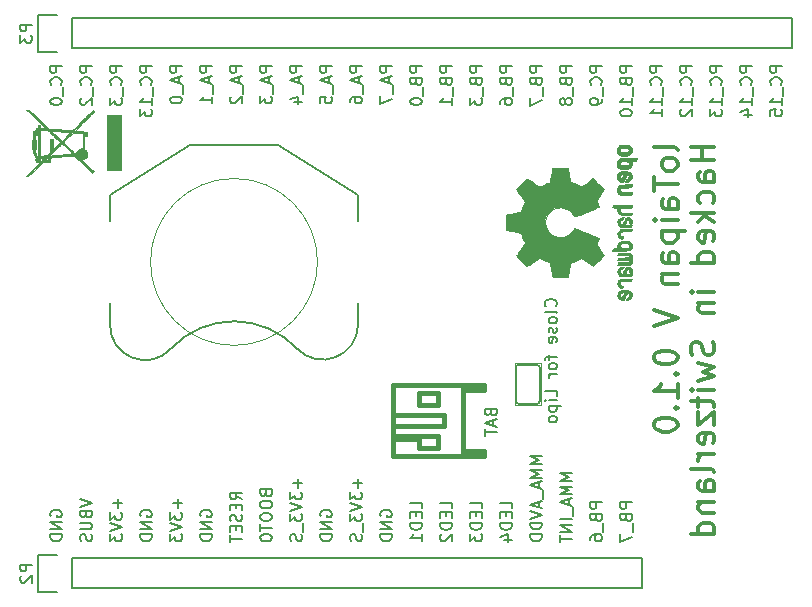
<source format=gbo>
G04 #@! TF.FileFunction,Legend,Bot*
%FSLAX46Y46*%
G04 Gerber Fmt 4.6, Leading zero omitted, Abs format (unit mm)*
G04 Created by KiCad (PCBNEW 4.0.2-stable) date Mon 29 Aug 2016 22:28:05 CEST*
%MOMM*%
G01*
G04 APERTURE LIST*
%ADD10C,0.100000*%
%ADD11C,0.300000*%
%ADD12C,0.150000*%
%ADD13C,0.203200*%
%ADD14C,0.101600*%
%ADD15C,0.381000*%
%ADD16C,0.066040*%
%ADD17C,0.152400*%
%ADD18C,0.010000*%
G04 APERTURE END LIST*
D10*
D11*
X148729762Y-97263905D02*
X148634524Y-97073429D01*
X148444048Y-96978190D01*
X146729762Y-96978190D01*
X148729762Y-98311524D02*
X148634524Y-98121048D01*
X148539286Y-98025809D01*
X148348810Y-97930571D01*
X147777381Y-97930571D01*
X147586905Y-98025809D01*
X147491667Y-98121048D01*
X147396429Y-98311524D01*
X147396429Y-98597238D01*
X147491667Y-98787714D01*
X147586905Y-98882952D01*
X147777381Y-98978190D01*
X148348810Y-98978190D01*
X148539286Y-98882952D01*
X148634524Y-98787714D01*
X148729762Y-98597238D01*
X148729762Y-98311524D01*
X146729762Y-99549619D02*
X146729762Y-100692476D01*
X148729762Y-100121048D02*
X146729762Y-100121048D01*
X148729762Y-102216286D02*
X147682143Y-102216286D01*
X147491667Y-102121048D01*
X147396429Y-101930572D01*
X147396429Y-101549620D01*
X147491667Y-101359143D01*
X148634524Y-102216286D02*
X148729762Y-102025810D01*
X148729762Y-101549620D01*
X148634524Y-101359143D01*
X148444048Y-101263905D01*
X148253571Y-101263905D01*
X148063095Y-101359143D01*
X147967857Y-101549620D01*
X147967857Y-102025810D01*
X147872619Y-102216286D01*
X148729762Y-103168667D02*
X147396429Y-103168667D01*
X146729762Y-103168667D02*
X146825000Y-103073429D01*
X146920238Y-103168667D01*
X146825000Y-103263906D01*
X146729762Y-103168667D01*
X146920238Y-103168667D01*
X147396429Y-104121048D02*
X149396429Y-104121048D01*
X147491667Y-104121048D02*
X147396429Y-104311525D01*
X147396429Y-104692477D01*
X147491667Y-104882953D01*
X147586905Y-104978191D01*
X147777381Y-105073429D01*
X148348810Y-105073429D01*
X148539286Y-104978191D01*
X148634524Y-104882953D01*
X148729762Y-104692477D01*
X148729762Y-104311525D01*
X148634524Y-104121048D01*
X148729762Y-106787715D02*
X147682143Y-106787715D01*
X147491667Y-106692477D01*
X147396429Y-106502001D01*
X147396429Y-106121049D01*
X147491667Y-105930572D01*
X148634524Y-106787715D02*
X148729762Y-106597239D01*
X148729762Y-106121049D01*
X148634524Y-105930572D01*
X148444048Y-105835334D01*
X148253571Y-105835334D01*
X148063095Y-105930572D01*
X147967857Y-106121049D01*
X147967857Y-106597239D01*
X147872619Y-106787715D01*
X147396429Y-107740096D02*
X148729762Y-107740096D01*
X147586905Y-107740096D02*
X147491667Y-107835335D01*
X147396429Y-108025811D01*
X147396429Y-108311525D01*
X147491667Y-108502001D01*
X147682143Y-108597239D01*
X148729762Y-108597239D01*
X146729762Y-110787716D02*
X148729762Y-111454383D01*
X146729762Y-112121050D01*
X146729762Y-114692479D02*
X146729762Y-114882955D01*
X146825000Y-115073431D01*
X146920238Y-115168669D01*
X147110714Y-115263907D01*
X147491667Y-115359146D01*
X147967857Y-115359146D01*
X148348810Y-115263907D01*
X148539286Y-115168669D01*
X148634524Y-115073431D01*
X148729762Y-114882955D01*
X148729762Y-114692479D01*
X148634524Y-114502003D01*
X148539286Y-114406765D01*
X148348810Y-114311526D01*
X147967857Y-114216288D01*
X147491667Y-114216288D01*
X147110714Y-114311526D01*
X146920238Y-114406765D01*
X146825000Y-114502003D01*
X146729762Y-114692479D01*
X148539286Y-116216288D02*
X148634524Y-116311527D01*
X148729762Y-116216288D01*
X148634524Y-116121050D01*
X148539286Y-116216288D01*
X148729762Y-116216288D01*
X148729762Y-118216289D02*
X148729762Y-117073431D01*
X148729762Y-117644860D02*
X146729762Y-117644860D01*
X147015476Y-117454384D01*
X147205952Y-117263908D01*
X147301190Y-117073431D01*
X148539286Y-119073431D02*
X148634524Y-119168670D01*
X148729762Y-119073431D01*
X148634524Y-118978193D01*
X148539286Y-119073431D01*
X148729762Y-119073431D01*
X146729762Y-120406765D02*
X146729762Y-120597241D01*
X146825000Y-120787717D01*
X146920238Y-120882955D01*
X147110714Y-120978193D01*
X147491667Y-121073432D01*
X147967857Y-121073432D01*
X148348810Y-120978193D01*
X148539286Y-120882955D01*
X148634524Y-120787717D01*
X148729762Y-120597241D01*
X148729762Y-120406765D01*
X148634524Y-120216289D01*
X148539286Y-120121051D01*
X148348810Y-120025812D01*
X147967857Y-119930574D01*
X147491667Y-119930574D01*
X147110714Y-120025812D01*
X146920238Y-120121051D01*
X146825000Y-120216289D01*
X146729762Y-120406765D01*
X151829762Y-96978190D02*
X149829762Y-96978190D01*
X150782143Y-96978190D02*
X150782143Y-98121048D01*
X151829762Y-98121048D02*
X149829762Y-98121048D01*
X151829762Y-99930571D02*
X150782143Y-99930571D01*
X150591667Y-99835333D01*
X150496429Y-99644857D01*
X150496429Y-99263905D01*
X150591667Y-99073428D01*
X151734524Y-99930571D02*
X151829762Y-99740095D01*
X151829762Y-99263905D01*
X151734524Y-99073428D01*
X151544048Y-98978190D01*
X151353571Y-98978190D01*
X151163095Y-99073428D01*
X151067857Y-99263905D01*
X151067857Y-99740095D01*
X150972619Y-99930571D01*
X151734524Y-101740095D02*
X151829762Y-101549619D01*
X151829762Y-101168667D01*
X151734524Y-100978191D01*
X151639286Y-100882952D01*
X151448810Y-100787714D01*
X150877381Y-100787714D01*
X150686905Y-100882952D01*
X150591667Y-100978191D01*
X150496429Y-101168667D01*
X150496429Y-101549619D01*
X150591667Y-101740095D01*
X151829762Y-102597238D02*
X149829762Y-102597238D01*
X151067857Y-102787715D02*
X151829762Y-103359143D01*
X150496429Y-103359143D02*
X151258333Y-102597238D01*
X151734524Y-104978191D02*
X151829762Y-104787715D01*
X151829762Y-104406763D01*
X151734524Y-104216286D01*
X151544048Y-104121048D01*
X150782143Y-104121048D01*
X150591667Y-104216286D01*
X150496429Y-104406763D01*
X150496429Y-104787715D01*
X150591667Y-104978191D01*
X150782143Y-105073429D01*
X150972619Y-105073429D01*
X151163095Y-104121048D01*
X151829762Y-106787715D02*
X149829762Y-106787715D01*
X151734524Y-106787715D02*
X151829762Y-106597239D01*
X151829762Y-106216287D01*
X151734524Y-106025811D01*
X151639286Y-105930572D01*
X151448810Y-105835334D01*
X150877381Y-105835334D01*
X150686905Y-105930572D01*
X150591667Y-106025811D01*
X150496429Y-106216287D01*
X150496429Y-106597239D01*
X150591667Y-106787715D01*
X151829762Y-109263906D02*
X150496429Y-109263906D01*
X149829762Y-109263906D02*
X149925000Y-109168668D01*
X150020238Y-109263906D01*
X149925000Y-109359145D01*
X149829762Y-109263906D01*
X150020238Y-109263906D01*
X150496429Y-110216287D02*
X151829762Y-110216287D01*
X150686905Y-110216287D02*
X150591667Y-110311526D01*
X150496429Y-110502002D01*
X150496429Y-110787716D01*
X150591667Y-110978192D01*
X150782143Y-111073430D01*
X151829762Y-111073430D01*
X151734524Y-113454383D02*
X151829762Y-113740098D01*
X151829762Y-114216288D01*
X151734524Y-114406764D01*
X151639286Y-114502002D01*
X151448810Y-114597241D01*
X151258333Y-114597241D01*
X151067857Y-114502002D01*
X150972619Y-114406764D01*
X150877381Y-114216288D01*
X150782143Y-113835336D01*
X150686905Y-113644860D01*
X150591667Y-113549621D01*
X150401190Y-113454383D01*
X150210714Y-113454383D01*
X150020238Y-113549621D01*
X149925000Y-113644860D01*
X149829762Y-113835336D01*
X149829762Y-114311526D01*
X149925000Y-114597241D01*
X150496429Y-115263907D02*
X151829762Y-115644860D01*
X150877381Y-116025812D01*
X151829762Y-116406764D01*
X150496429Y-116787717D01*
X151829762Y-117549621D02*
X150496429Y-117549621D01*
X149829762Y-117549621D02*
X149925000Y-117454383D01*
X150020238Y-117549621D01*
X149925000Y-117644860D01*
X149829762Y-117549621D01*
X150020238Y-117549621D01*
X150496429Y-118216288D02*
X150496429Y-118978193D01*
X149829762Y-118502002D02*
X151544048Y-118502002D01*
X151734524Y-118597241D01*
X151829762Y-118787717D01*
X151829762Y-118978193D01*
X150496429Y-119454383D02*
X150496429Y-120502002D01*
X151829762Y-119454383D01*
X151829762Y-120502002D01*
X151734524Y-122025812D02*
X151829762Y-121835336D01*
X151829762Y-121454384D01*
X151734524Y-121263907D01*
X151544048Y-121168669D01*
X150782143Y-121168669D01*
X150591667Y-121263907D01*
X150496429Y-121454384D01*
X150496429Y-121835336D01*
X150591667Y-122025812D01*
X150782143Y-122121050D01*
X150972619Y-122121050D01*
X151163095Y-121168669D01*
X151829762Y-122978193D02*
X150496429Y-122978193D01*
X150877381Y-122978193D02*
X150686905Y-123073432D01*
X150591667Y-123168670D01*
X150496429Y-123359146D01*
X150496429Y-123549622D01*
X151829762Y-124502003D02*
X151734524Y-124311527D01*
X151544048Y-124216288D01*
X149829762Y-124216288D01*
X151829762Y-126121050D02*
X150782143Y-126121050D01*
X150591667Y-126025812D01*
X150496429Y-125835336D01*
X150496429Y-125454384D01*
X150591667Y-125263907D01*
X151734524Y-126121050D02*
X151829762Y-125930574D01*
X151829762Y-125454384D01*
X151734524Y-125263907D01*
X151544048Y-125168669D01*
X151353571Y-125168669D01*
X151163095Y-125263907D01*
X151067857Y-125454384D01*
X151067857Y-125930574D01*
X150972619Y-126121050D01*
X150496429Y-127073431D02*
X151829762Y-127073431D01*
X150686905Y-127073431D02*
X150591667Y-127168670D01*
X150496429Y-127359146D01*
X150496429Y-127644860D01*
X150591667Y-127835336D01*
X150782143Y-127930574D01*
X151829762Y-127930574D01*
X151829762Y-129740098D02*
X149829762Y-129740098D01*
X151734524Y-129740098D02*
X151829762Y-129549622D01*
X151829762Y-129168670D01*
X151734524Y-128978194D01*
X151639286Y-128882955D01*
X151448810Y-128787717D01*
X150877381Y-128787717D01*
X150686905Y-128882955D01*
X150591667Y-128978194D01*
X150496429Y-129168670D01*
X150496429Y-129549622D01*
X150591667Y-129740098D01*
D12*
X157574381Y-90136095D02*
X156574381Y-90136095D01*
X156574381Y-90517048D01*
X156622000Y-90612286D01*
X156669619Y-90659905D01*
X156764857Y-90707524D01*
X156907714Y-90707524D01*
X157002952Y-90659905D01*
X157050571Y-90612286D01*
X157098190Y-90517048D01*
X157098190Y-90136095D01*
X157479143Y-91707524D02*
X157526762Y-91659905D01*
X157574381Y-91517048D01*
X157574381Y-91421810D01*
X157526762Y-91278952D01*
X157431524Y-91183714D01*
X157336286Y-91136095D01*
X157145810Y-91088476D01*
X157002952Y-91088476D01*
X156812476Y-91136095D01*
X156717238Y-91183714D01*
X156622000Y-91278952D01*
X156574381Y-91421810D01*
X156574381Y-91517048D01*
X156622000Y-91659905D01*
X156669619Y-91707524D01*
X157669619Y-91898000D02*
X157669619Y-92659905D01*
X157574381Y-93421810D02*
X157574381Y-92850381D01*
X157574381Y-93136095D02*
X156574381Y-93136095D01*
X156717238Y-93040857D01*
X156812476Y-92945619D01*
X156860095Y-92850381D01*
X156574381Y-94326572D02*
X156574381Y-93850381D01*
X157050571Y-93802762D01*
X157002952Y-93850381D01*
X156955333Y-93945619D01*
X156955333Y-94183715D01*
X157002952Y-94278953D01*
X157050571Y-94326572D01*
X157145810Y-94374191D01*
X157383905Y-94374191D01*
X157479143Y-94326572D01*
X157526762Y-94278953D01*
X157574381Y-94183715D01*
X157574381Y-93945619D01*
X157526762Y-93850381D01*
X157479143Y-93802762D01*
X155034381Y-90136095D02*
X154034381Y-90136095D01*
X154034381Y-90517048D01*
X154082000Y-90612286D01*
X154129619Y-90659905D01*
X154224857Y-90707524D01*
X154367714Y-90707524D01*
X154462952Y-90659905D01*
X154510571Y-90612286D01*
X154558190Y-90517048D01*
X154558190Y-90136095D01*
X154939143Y-91707524D02*
X154986762Y-91659905D01*
X155034381Y-91517048D01*
X155034381Y-91421810D01*
X154986762Y-91278952D01*
X154891524Y-91183714D01*
X154796286Y-91136095D01*
X154605810Y-91088476D01*
X154462952Y-91088476D01*
X154272476Y-91136095D01*
X154177238Y-91183714D01*
X154082000Y-91278952D01*
X154034381Y-91421810D01*
X154034381Y-91517048D01*
X154082000Y-91659905D01*
X154129619Y-91707524D01*
X155129619Y-91898000D02*
X155129619Y-92659905D01*
X155034381Y-93421810D02*
X155034381Y-92850381D01*
X155034381Y-93136095D02*
X154034381Y-93136095D01*
X154177238Y-93040857D01*
X154272476Y-92945619D01*
X154320095Y-92850381D01*
X154367714Y-94278953D02*
X155034381Y-94278953D01*
X153986762Y-94040857D02*
X154701048Y-93802762D01*
X154701048Y-94421810D01*
X152494381Y-90136095D02*
X151494381Y-90136095D01*
X151494381Y-90517048D01*
X151542000Y-90612286D01*
X151589619Y-90659905D01*
X151684857Y-90707524D01*
X151827714Y-90707524D01*
X151922952Y-90659905D01*
X151970571Y-90612286D01*
X152018190Y-90517048D01*
X152018190Y-90136095D01*
X152399143Y-91707524D02*
X152446762Y-91659905D01*
X152494381Y-91517048D01*
X152494381Y-91421810D01*
X152446762Y-91278952D01*
X152351524Y-91183714D01*
X152256286Y-91136095D01*
X152065810Y-91088476D01*
X151922952Y-91088476D01*
X151732476Y-91136095D01*
X151637238Y-91183714D01*
X151542000Y-91278952D01*
X151494381Y-91421810D01*
X151494381Y-91517048D01*
X151542000Y-91659905D01*
X151589619Y-91707524D01*
X152589619Y-91898000D02*
X152589619Y-92659905D01*
X152494381Y-93421810D02*
X152494381Y-92850381D01*
X152494381Y-93136095D02*
X151494381Y-93136095D01*
X151637238Y-93040857D01*
X151732476Y-92945619D01*
X151780095Y-92850381D01*
X151494381Y-93755143D02*
X151494381Y-94374191D01*
X151875333Y-94040857D01*
X151875333Y-94183715D01*
X151922952Y-94278953D01*
X151970571Y-94326572D01*
X152065810Y-94374191D01*
X152303905Y-94374191D01*
X152399143Y-94326572D01*
X152446762Y-94278953D01*
X152494381Y-94183715D01*
X152494381Y-93898000D01*
X152446762Y-93802762D01*
X152399143Y-93755143D01*
X149954381Y-90136095D02*
X148954381Y-90136095D01*
X148954381Y-90517048D01*
X149002000Y-90612286D01*
X149049619Y-90659905D01*
X149144857Y-90707524D01*
X149287714Y-90707524D01*
X149382952Y-90659905D01*
X149430571Y-90612286D01*
X149478190Y-90517048D01*
X149478190Y-90136095D01*
X149859143Y-91707524D02*
X149906762Y-91659905D01*
X149954381Y-91517048D01*
X149954381Y-91421810D01*
X149906762Y-91278952D01*
X149811524Y-91183714D01*
X149716286Y-91136095D01*
X149525810Y-91088476D01*
X149382952Y-91088476D01*
X149192476Y-91136095D01*
X149097238Y-91183714D01*
X149002000Y-91278952D01*
X148954381Y-91421810D01*
X148954381Y-91517048D01*
X149002000Y-91659905D01*
X149049619Y-91707524D01*
X150049619Y-91898000D02*
X150049619Y-92659905D01*
X149954381Y-93421810D02*
X149954381Y-92850381D01*
X149954381Y-93136095D02*
X148954381Y-93136095D01*
X149097238Y-93040857D01*
X149192476Y-92945619D01*
X149240095Y-92850381D01*
X149049619Y-93802762D02*
X149002000Y-93850381D01*
X148954381Y-93945619D01*
X148954381Y-94183715D01*
X149002000Y-94278953D01*
X149049619Y-94326572D01*
X149144857Y-94374191D01*
X149240095Y-94374191D01*
X149382952Y-94326572D01*
X149954381Y-93755143D01*
X149954381Y-94374191D01*
X147414381Y-90136095D02*
X146414381Y-90136095D01*
X146414381Y-90517048D01*
X146462000Y-90612286D01*
X146509619Y-90659905D01*
X146604857Y-90707524D01*
X146747714Y-90707524D01*
X146842952Y-90659905D01*
X146890571Y-90612286D01*
X146938190Y-90517048D01*
X146938190Y-90136095D01*
X147319143Y-91707524D02*
X147366762Y-91659905D01*
X147414381Y-91517048D01*
X147414381Y-91421810D01*
X147366762Y-91278952D01*
X147271524Y-91183714D01*
X147176286Y-91136095D01*
X146985810Y-91088476D01*
X146842952Y-91088476D01*
X146652476Y-91136095D01*
X146557238Y-91183714D01*
X146462000Y-91278952D01*
X146414381Y-91421810D01*
X146414381Y-91517048D01*
X146462000Y-91659905D01*
X146509619Y-91707524D01*
X147509619Y-91898000D02*
X147509619Y-92659905D01*
X147414381Y-93421810D02*
X147414381Y-92850381D01*
X147414381Y-93136095D02*
X146414381Y-93136095D01*
X146557238Y-93040857D01*
X146652476Y-92945619D01*
X146700095Y-92850381D01*
X147414381Y-94374191D02*
X147414381Y-93802762D01*
X147414381Y-94088476D02*
X146414381Y-94088476D01*
X146557238Y-93993238D01*
X146652476Y-93898000D01*
X146700095Y-93802762D01*
X144874381Y-90136095D02*
X143874381Y-90136095D01*
X143874381Y-90517048D01*
X143922000Y-90612286D01*
X143969619Y-90659905D01*
X144064857Y-90707524D01*
X144207714Y-90707524D01*
X144302952Y-90659905D01*
X144350571Y-90612286D01*
X144398190Y-90517048D01*
X144398190Y-90136095D01*
X144350571Y-91469429D02*
X144398190Y-91612286D01*
X144445810Y-91659905D01*
X144541048Y-91707524D01*
X144683905Y-91707524D01*
X144779143Y-91659905D01*
X144826762Y-91612286D01*
X144874381Y-91517048D01*
X144874381Y-91136095D01*
X143874381Y-91136095D01*
X143874381Y-91469429D01*
X143922000Y-91564667D01*
X143969619Y-91612286D01*
X144064857Y-91659905D01*
X144160095Y-91659905D01*
X144255333Y-91612286D01*
X144302952Y-91564667D01*
X144350571Y-91469429D01*
X144350571Y-91136095D01*
X144969619Y-91898000D02*
X144969619Y-92659905D01*
X144874381Y-93421810D02*
X144874381Y-92850381D01*
X144874381Y-93136095D02*
X143874381Y-93136095D01*
X144017238Y-93040857D01*
X144112476Y-92945619D01*
X144160095Y-92850381D01*
X143874381Y-94040857D02*
X143874381Y-94136096D01*
X143922000Y-94231334D01*
X143969619Y-94278953D01*
X144064857Y-94326572D01*
X144255333Y-94374191D01*
X144493429Y-94374191D01*
X144683905Y-94326572D01*
X144779143Y-94278953D01*
X144826762Y-94231334D01*
X144874381Y-94136096D01*
X144874381Y-94040857D01*
X144826762Y-93945619D01*
X144779143Y-93898000D01*
X144683905Y-93850381D01*
X144493429Y-93802762D01*
X144255333Y-93802762D01*
X144064857Y-93850381D01*
X143969619Y-93898000D01*
X143922000Y-93945619D01*
X143874381Y-94040857D01*
X142334381Y-90136095D02*
X141334381Y-90136095D01*
X141334381Y-90517048D01*
X141382000Y-90612286D01*
X141429619Y-90659905D01*
X141524857Y-90707524D01*
X141667714Y-90707524D01*
X141762952Y-90659905D01*
X141810571Y-90612286D01*
X141858190Y-90517048D01*
X141858190Y-90136095D01*
X142239143Y-91707524D02*
X142286762Y-91659905D01*
X142334381Y-91517048D01*
X142334381Y-91421810D01*
X142286762Y-91278952D01*
X142191524Y-91183714D01*
X142096286Y-91136095D01*
X141905810Y-91088476D01*
X141762952Y-91088476D01*
X141572476Y-91136095D01*
X141477238Y-91183714D01*
X141382000Y-91278952D01*
X141334381Y-91421810D01*
X141334381Y-91517048D01*
X141382000Y-91659905D01*
X141429619Y-91707524D01*
X142429619Y-91898000D02*
X142429619Y-92659905D01*
X142334381Y-92945619D02*
X142334381Y-93136095D01*
X142286762Y-93231334D01*
X142239143Y-93278953D01*
X142096286Y-93374191D01*
X141905810Y-93421810D01*
X141524857Y-93421810D01*
X141429619Y-93374191D01*
X141382000Y-93326572D01*
X141334381Y-93231334D01*
X141334381Y-93040857D01*
X141382000Y-92945619D01*
X141429619Y-92898000D01*
X141524857Y-92850381D01*
X141762952Y-92850381D01*
X141858190Y-92898000D01*
X141905810Y-92945619D01*
X141953429Y-93040857D01*
X141953429Y-93231334D01*
X141905810Y-93326572D01*
X141858190Y-93374191D01*
X141762952Y-93421810D01*
X139794381Y-90136095D02*
X138794381Y-90136095D01*
X138794381Y-90517048D01*
X138842000Y-90612286D01*
X138889619Y-90659905D01*
X138984857Y-90707524D01*
X139127714Y-90707524D01*
X139222952Y-90659905D01*
X139270571Y-90612286D01*
X139318190Y-90517048D01*
X139318190Y-90136095D01*
X139270571Y-91469429D02*
X139318190Y-91612286D01*
X139365810Y-91659905D01*
X139461048Y-91707524D01*
X139603905Y-91707524D01*
X139699143Y-91659905D01*
X139746762Y-91612286D01*
X139794381Y-91517048D01*
X139794381Y-91136095D01*
X138794381Y-91136095D01*
X138794381Y-91469429D01*
X138842000Y-91564667D01*
X138889619Y-91612286D01*
X138984857Y-91659905D01*
X139080095Y-91659905D01*
X139175333Y-91612286D01*
X139222952Y-91564667D01*
X139270571Y-91469429D01*
X139270571Y-91136095D01*
X139889619Y-91898000D02*
X139889619Y-92659905D01*
X139222952Y-93040857D02*
X139175333Y-92945619D01*
X139127714Y-92898000D01*
X139032476Y-92850381D01*
X138984857Y-92850381D01*
X138889619Y-92898000D01*
X138842000Y-92945619D01*
X138794381Y-93040857D01*
X138794381Y-93231334D01*
X138842000Y-93326572D01*
X138889619Y-93374191D01*
X138984857Y-93421810D01*
X139032476Y-93421810D01*
X139127714Y-93374191D01*
X139175333Y-93326572D01*
X139222952Y-93231334D01*
X139222952Y-93040857D01*
X139270571Y-92945619D01*
X139318190Y-92898000D01*
X139413429Y-92850381D01*
X139603905Y-92850381D01*
X139699143Y-92898000D01*
X139746762Y-92945619D01*
X139794381Y-93040857D01*
X139794381Y-93231334D01*
X139746762Y-93326572D01*
X139699143Y-93374191D01*
X139603905Y-93421810D01*
X139413429Y-93421810D01*
X139318190Y-93374191D01*
X139270571Y-93326572D01*
X139222952Y-93231334D01*
X137254381Y-90136095D02*
X136254381Y-90136095D01*
X136254381Y-90517048D01*
X136302000Y-90612286D01*
X136349619Y-90659905D01*
X136444857Y-90707524D01*
X136587714Y-90707524D01*
X136682952Y-90659905D01*
X136730571Y-90612286D01*
X136778190Y-90517048D01*
X136778190Y-90136095D01*
X136730571Y-91469429D02*
X136778190Y-91612286D01*
X136825810Y-91659905D01*
X136921048Y-91707524D01*
X137063905Y-91707524D01*
X137159143Y-91659905D01*
X137206762Y-91612286D01*
X137254381Y-91517048D01*
X137254381Y-91136095D01*
X136254381Y-91136095D01*
X136254381Y-91469429D01*
X136302000Y-91564667D01*
X136349619Y-91612286D01*
X136444857Y-91659905D01*
X136540095Y-91659905D01*
X136635333Y-91612286D01*
X136682952Y-91564667D01*
X136730571Y-91469429D01*
X136730571Y-91136095D01*
X137349619Y-91898000D02*
X137349619Y-92659905D01*
X136254381Y-92802762D02*
X136254381Y-93469429D01*
X137254381Y-93040857D01*
X134714381Y-90136095D02*
X133714381Y-90136095D01*
X133714381Y-90517048D01*
X133762000Y-90612286D01*
X133809619Y-90659905D01*
X133904857Y-90707524D01*
X134047714Y-90707524D01*
X134142952Y-90659905D01*
X134190571Y-90612286D01*
X134238190Y-90517048D01*
X134238190Y-90136095D01*
X134190571Y-91469429D02*
X134238190Y-91612286D01*
X134285810Y-91659905D01*
X134381048Y-91707524D01*
X134523905Y-91707524D01*
X134619143Y-91659905D01*
X134666762Y-91612286D01*
X134714381Y-91517048D01*
X134714381Y-91136095D01*
X133714381Y-91136095D01*
X133714381Y-91469429D01*
X133762000Y-91564667D01*
X133809619Y-91612286D01*
X133904857Y-91659905D01*
X134000095Y-91659905D01*
X134095333Y-91612286D01*
X134142952Y-91564667D01*
X134190571Y-91469429D01*
X134190571Y-91136095D01*
X134809619Y-91898000D02*
X134809619Y-92659905D01*
X133714381Y-93326572D02*
X133714381Y-93136095D01*
X133762000Y-93040857D01*
X133809619Y-92993238D01*
X133952476Y-92898000D01*
X134142952Y-92850381D01*
X134523905Y-92850381D01*
X134619143Y-92898000D01*
X134666762Y-92945619D01*
X134714381Y-93040857D01*
X134714381Y-93231334D01*
X134666762Y-93326572D01*
X134619143Y-93374191D01*
X134523905Y-93421810D01*
X134285810Y-93421810D01*
X134190571Y-93374191D01*
X134142952Y-93326572D01*
X134095333Y-93231334D01*
X134095333Y-93040857D01*
X134142952Y-92945619D01*
X134190571Y-92898000D01*
X134285810Y-92850381D01*
X132174381Y-90136095D02*
X131174381Y-90136095D01*
X131174381Y-90517048D01*
X131222000Y-90612286D01*
X131269619Y-90659905D01*
X131364857Y-90707524D01*
X131507714Y-90707524D01*
X131602952Y-90659905D01*
X131650571Y-90612286D01*
X131698190Y-90517048D01*
X131698190Y-90136095D01*
X131650571Y-91469429D02*
X131698190Y-91612286D01*
X131745810Y-91659905D01*
X131841048Y-91707524D01*
X131983905Y-91707524D01*
X132079143Y-91659905D01*
X132126762Y-91612286D01*
X132174381Y-91517048D01*
X132174381Y-91136095D01*
X131174381Y-91136095D01*
X131174381Y-91469429D01*
X131222000Y-91564667D01*
X131269619Y-91612286D01*
X131364857Y-91659905D01*
X131460095Y-91659905D01*
X131555333Y-91612286D01*
X131602952Y-91564667D01*
X131650571Y-91469429D01*
X131650571Y-91136095D01*
X132269619Y-91898000D02*
X132269619Y-92659905D01*
X131174381Y-92802762D02*
X131174381Y-93421810D01*
X131555333Y-93088476D01*
X131555333Y-93231334D01*
X131602952Y-93326572D01*
X131650571Y-93374191D01*
X131745810Y-93421810D01*
X131983905Y-93421810D01*
X132079143Y-93374191D01*
X132126762Y-93326572D01*
X132174381Y-93231334D01*
X132174381Y-92945619D01*
X132126762Y-92850381D01*
X132079143Y-92802762D01*
X129634381Y-90136095D02*
X128634381Y-90136095D01*
X128634381Y-90517048D01*
X128682000Y-90612286D01*
X128729619Y-90659905D01*
X128824857Y-90707524D01*
X128967714Y-90707524D01*
X129062952Y-90659905D01*
X129110571Y-90612286D01*
X129158190Y-90517048D01*
X129158190Y-90136095D01*
X129110571Y-91469429D02*
X129158190Y-91612286D01*
X129205810Y-91659905D01*
X129301048Y-91707524D01*
X129443905Y-91707524D01*
X129539143Y-91659905D01*
X129586762Y-91612286D01*
X129634381Y-91517048D01*
X129634381Y-91136095D01*
X128634381Y-91136095D01*
X128634381Y-91469429D01*
X128682000Y-91564667D01*
X128729619Y-91612286D01*
X128824857Y-91659905D01*
X128920095Y-91659905D01*
X129015333Y-91612286D01*
X129062952Y-91564667D01*
X129110571Y-91469429D01*
X129110571Y-91136095D01*
X129729619Y-91898000D02*
X129729619Y-92659905D01*
X129634381Y-93421810D02*
X129634381Y-92850381D01*
X129634381Y-93136095D02*
X128634381Y-93136095D01*
X128777238Y-93040857D01*
X128872476Y-92945619D01*
X128920095Y-92850381D01*
X127094381Y-90136095D02*
X126094381Y-90136095D01*
X126094381Y-90517048D01*
X126142000Y-90612286D01*
X126189619Y-90659905D01*
X126284857Y-90707524D01*
X126427714Y-90707524D01*
X126522952Y-90659905D01*
X126570571Y-90612286D01*
X126618190Y-90517048D01*
X126618190Y-90136095D01*
X126570571Y-91469429D02*
X126618190Y-91612286D01*
X126665810Y-91659905D01*
X126761048Y-91707524D01*
X126903905Y-91707524D01*
X126999143Y-91659905D01*
X127046762Y-91612286D01*
X127094381Y-91517048D01*
X127094381Y-91136095D01*
X126094381Y-91136095D01*
X126094381Y-91469429D01*
X126142000Y-91564667D01*
X126189619Y-91612286D01*
X126284857Y-91659905D01*
X126380095Y-91659905D01*
X126475333Y-91612286D01*
X126522952Y-91564667D01*
X126570571Y-91469429D01*
X126570571Y-91136095D01*
X127189619Y-91898000D02*
X127189619Y-92659905D01*
X126094381Y-93088476D02*
X126094381Y-93183715D01*
X126142000Y-93278953D01*
X126189619Y-93326572D01*
X126284857Y-93374191D01*
X126475333Y-93421810D01*
X126713429Y-93421810D01*
X126903905Y-93374191D01*
X126999143Y-93326572D01*
X127046762Y-93278953D01*
X127094381Y-93183715D01*
X127094381Y-93088476D01*
X127046762Y-92993238D01*
X126999143Y-92945619D01*
X126903905Y-92898000D01*
X126713429Y-92850381D01*
X126475333Y-92850381D01*
X126284857Y-92898000D01*
X126189619Y-92945619D01*
X126142000Y-92993238D01*
X126094381Y-93088476D01*
X124554381Y-90136095D02*
X123554381Y-90136095D01*
X123554381Y-90517048D01*
X123602000Y-90612286D01*
X123649619Y-90659905D01*
X123744857Y-90707524D01*
X123887714Y-90707524D01*
X123982952Y-90659905D01*
X124030571Y-90612286D01*
X124078190Y-90517048D01*
X124078190Y-90136095D01*
X124268667Y-91088476D02*
X124268667Y-91564667D01*
X124554381Y-90993238D02*
X123554381Y-91326571D01*
X124554381Y-91659905D01*
X124649619Y-91755143D02*
X124649619Y-92517048D01*
X123554381Y-92659905D02*
X123554381Y-93326572D01*
X124554381Y-92898000D01*
X122014381Y-90136095D02*
X121014381Y-90136095D01*
X121014381Y-90517048D01*
X121062000Y-90612286D01*
X121109619Y-90659905D01*
X121204857Y-90707524D01*
X121347714Y-90707524D01*
X121442952Y-90659905D01*
X121490571Y-90612286D01*
X121538190Y-90517048D01*
X121538190Y-90136095D01*
X121728667Y-91088476D02*
X121728667Y-91564667D01*
X122014381Y-90993238D02*
X121014381Y-91326571D01*
X122014381Y-91659905D01*
X122109619Y-91755143D02*
X122109619Y-92517048D01*
X121014381Y-93183715D02*
X121014381Y-92993238D01*
X121062000Y-92898000D01*
X121109619Y-92850381D01*
X121252476Y-92755143D01*
X121442952Y-92707524D01*
X121823905Y-92707524D01*
X121919143Y-92755143D01*
X121966762Y-92802762D01*
X122014381Y-92898000D01*
X122014381Y-93088477D01*
X121966762Y-93183715D01*
X121919143Y-93231334D01*
X121823905Y-93278953D01*
X121585810Y-93278953D01*
X121490571Y-93231334D01*
X121442952Y-93183715D01*
X121395333Y-93088477D01*
X121395333Y-92898000D01*
X121442952Y-92802762D01*
X121490571Y-92755143D01*
X121585810Y-92707524D01*
X119474381Y-90136095D02*
X118474381Y-90136095D01*
X118474381Y-90517048D01*
X118522000Y-90612286D01*
X118569619Y-90659905D01*
X118664857Y-90707524D01*
X118807714Y-90707524D01*
X118902952Y-90659905D01*
X118950571Y-90612286D01*
X118998190Y-90517048D01*
X118998190Y-90136095D01*
X119188667Y-91088476D02*
X119188667Y-91564667D01*
X119474381Y-90993238D02*
X118474381Y-91326571D01*
X119474381Y-91659905D01*
X119569619Y-91755143D02*
X119569619Y-92517048D01*
X118474381Y-93231334D02*
X118474381Y-92755143D01*
X118950571Y-92707524D01*
X118902952Y-92755143D01*
X118855333Y-92850381D01*
X118855333Y-93088477D01*
X118902952Y-93183715D01*
X118950571Y-93231334D01*
X119045810Y-93278953D01*
X119283905Y-93278953D01*
X119379143Y-93231334D01*
X119426762Y-93183715D01*
X119474381Y-93088477D01*
X119474381Y-92850381D01*
X119426762Y-92755143D01*
X119379143Y-92707524D01*
X116934381Y-90136095D02*
X115934381Y-90136095D01*
X115934381Y-90517048D01*
X115982000Y-90612286D01*
X116029619Y-90659905D01*
X116124857Y-90707524D01*
X116267714Y-90707524D01*
X116362952Y-90659905D01*
X116410571Y-90612286D01*
X116458190Y-90517048D01*
X116458190Y-90136095D01*
X116648667Y-91088476D02*
X116648667Y-91564667D01*
X116934381Y-90993238D02*
X115934381Y-91326571D01*
X116934381Y-91659905D01*
X117029619Y-91755143D02*
X117029619Y-92517048D01*
X116267714Y-93183715D02*
X116934381Y-93183715D01*
X115886762Y-92945619D02*
X116601048Y-92707524D01*
X116601048Y-93326572D01*
X114394381Y-90136095D02*
X113394381Y-90136095D01*
X113394381Y-90517048D01*
X113442000Y-90612286D01*
X113489619Y-90659905D01*
X113584857Y-90707524D01*
X113727714Y-90707524D01*
X113822952Y-90659905D01*
X113870571Y-90612286D01*
X113918190Y-90517048D01*
X113918190Y-90136095D01*
X114108667Y-91088476D02*
X114108667Y-91564667D01*
X114394381Y-90993238D02*
X113394381Y-91326571D01*
X114394381Y-91659905D01*
X114489619Y-91755143D02*
X114489619Y-92517048D01*
X113394381Y-92659905D02*
X113394381Y-93278953D01*
X113775333Y-92945619D01*
X113775333Y-93088477D01*
X113822952Y-93183715D01*
X113870571Y-93231334D01*
X113965810Y-93278953D01*
X114203905Y-93278953D01*
X114299143Y-93231334D01*
X114346762Y-93183715D01*
X114394381Y-93088477D01*
X114394381Y-92802762D01*
X114346762Y-92707524D01*
X114299143Y-92659905D01*
X111854381Y-90136095D02*
X110854381Y-90136095D01*
X110854381Y-90517048D01*
X110902000Y-90612286D01*
X110949619Y-90659905D01*
X111044857Y-90707524D01*
X111187714Y-90707524D01*
X111282952Y-90659905D01*
X111330571Y-90612286D01*
X111378190Y-90517048D01*
X111378190Y-90136095D01*
X111568667Y-91088476D02*
X111568667Y-91564667D01*
X111854381Y-90993238D02*
X110854381Y-91326571D01*
X111854381Y-91659905D01*
X111949619Y-91755143D02*
X111949619Y-92517048D01*
X110949619Y-92707524D02*
X110902000Y-92755143D01*
X110854381Y-92850381D01*
X110854381Y-93088477D01*
X110902000Y-93183715D01*
X110949619Y-93231334D01*
X111044857Y-93278953D01*
X111140095Y-93278953D01*
X111282952Y-93231334D01*
X111854381Y-92659905D01*
X111854381Y-93278953D01*
X109314381Y-90136095D02*
X108314381Y-90136095D01*
X108314381Y-90517048D01*
X108362000Y-90612286D01*
X108409619Y-90659905D01*
X108504857Y-90707524D01*
X108647714Y-90707524D01*
X108742952Y-90659905D01*
X108790571Y-90612286D01*
X108838190Y-90517048D01*
X108838190Y-90136095D01*
X109028667Y-91088476D02*
X109028667Y-91564667D01*
X109314381Y-90993238D02*
X108314381Y-91326571D01*
X109314381Y-91659905D01*
X109409619Y-91755143D02*
X109409619Y-92517048D01*
X109314381Y-93278953D02*
X109314381Y-92707524D01*
X109314381Y-92993238D02*
X108314381Y-92993238D01*
X108457238Y-92898000D01*
X108552476Y-92802762D01*
X108600095Y-92707524D01*
X106774381Y-90136095D02*
X105774381Y-90136095D01*
X105774381Y-90517048D01*
X105822000Y-90612286D01*
X105869619Y-90659905D01*
X105964857Y-90707524D01*
X106107714Y-90707524D01*
X106202952Y-90659905D01*
X106250571Y-90612286D01*
X106298190Y-90517048D01*
X106298190Y-90136095D01*
X106488667Y-91088476D02*
X106488667Y-91564667D01*
X106774381Y-90993238D02*
X105774381Y-91326571D01*
X106774381Y-91659905D01*
X106869619Y-91755143D02*
X106869619Y-92517048D01*
X105774381Y-92945619D02*
X105774381Y-93040858D01*
X105822000Y-93136096D01*
X105869619Y-93183715D01*
X105964857Y-93231334D01*
X106155333Y-93278953D01*
X106393429Y-93278953D01*
X106583905Y-93231334D01*
X106679143Y-93183715D01*
X106726762Y-93136096D01*
X106774381Y-93040858D01*
X106774381Y-92945619D01*
X106726762Y-92850381D01*
X106679143Y-92802762D01*
X106583905Y-92755143D01*
X106393429Y-92707524D01*
X106155333Y-92707524D01*
X105964857Y-92755143D01*
X105869619Y-92802762D01*
X105822000Y-92850381D01*
X105774381Y-92945619D01*
X104234381Y-90136095D02*
X103234381Y-90136095D01*
X103234381Y-90517048D01*
X103282000Y-90612286D01*
X103329619Y-90659905D01*
X103424857Y-90707524D01*
X103567714Y-90707524D01*
X103662952Y-90659905D01*
X103710571Y-90612286D01*
X103758190Y-90517048D01*
X103758190Y-90136095D01*
X104139143Y-91707524D02*
X104186762Y-91659905D01*
X104234381Y-91517048D01*
X104234381Y-91421810D01*
X104186762Y-91278952D01*
X104091524Y-91183714D01*
X103996286Y-91136095D01*
X103805810Y-91088476D01*
X103662952Y-91088476D01*
X103472476Y-91136095D01*
X103377238Y-91183714D01*
X103282000Y-91278952D01*
X103234381Y-91421810D01*
X103234381Y-91517048D01*
X103282000Y-91659905D01*
X103329619Y-91707524D01*
X104329619Y-91898000D02*
X104329619Y-92659905D01*
X104234381Y-93421810D02*
X104234381Y-92850381D01*
X104234381Y-93136095D02*
X103234381Y-93136095D01*
X103377238Y-93040857D01*
X103472476Y-92945619D01*
X103520095Y-92850381D01*
X103234381Y-93755143D02*
X103234381Y-94374191D01*
X103615333Y-94040857D01*
X103615333Y-94183715D01*
X103662952Y-94278953D01*
X103710571Y-94326572D01*
X103805810Y-94374191D01*
X104043905Y-94374191D01*
X104139143Y-94326572D01*
X104186762Y-94278953D01*
X104234381Y-94183715D01*
X104234381Y-93898000D01*
X104186762Y-93802762D01*
X104139143Y-93755143D01*
X101694381Y-90136095D02*
X100694381Y-90136095D01*
X100694381Y-90517048D01*
X100742000Y-90612286D01*
X100789619Y-90659905D01*
X100884857Y-90707524D01*
X101027714Y-90707524D01*
X101122952Y-90659905D01*
X101170571Y-90612286D01*
X101218190Y-90517048D01*
X101218190Y-90136095D01*
X101599143Y-91707524D02*
X101646762Y-91659905D01*
X101694381Y-91517048D01*
X101694381Y-91421810D01*
X101646762Y-91278952D01*
X101551524Y-91183714D01*
X101456286Y-91136095D01*
X101265810Y-91088476D01*
X101122952Y-91088476D01*
X100932476Y-91136095D01*
X100837238Y-91183714D01*
X100742000Y-91278952D01*
X100694381Y-91421810D01*
X100694381Y-91517048D01*
X100742000Y-91659905D01*
X100789619Y-91707524D01*
X101789619Y-91898000D02*
X101789619Y-92659905D01*
X100694381Y-92802762D02*
X100694381Y-93421810D01*
X101075333Y-93088476D01*
X101075333Y-93231334D01*
X101122952Y-93326572D01*
X101170571Y-93374191D01*
X101265810Y-93421810D01*
X101503905Y-93421810D01*
X101599143Y-93374191D01*
X101646762Y-93326572D01*
X101694381Y-93231334D01*
X101694381Y-92945619D01*
X101646762Y-92850381D01*
X101599143Y-92802762D01*
X99154381Y-90136095D02*
X98154381Y-90136095D01*
X98154381Y-90517048D01*
X98202000Y-90612286D01*
X98249619Y-90659905D01*
X98344857Y-90707524D01*
X98487714Y-90707524D01*
X98582952Y-90659905D01*
X98630571Y-90612286D01*
X98678190Y-90517048D01*
X98678190Y-90136095D01*
X99059143Y-91707524D02*
X99106762Y-91659905D01*
X99154381Y-91517048D01*
X99154381Y-91421810D01*
X99106762Y-91278952D01*
X99011524Y-91183714D01*
X98916286Y-91136095D01*
X98725810Y-91088476D01*
X98582952Y-91088476D01*
X98392476Y-91136095D01*
X98297238Y-91183714D01*
X98202000Y-91278952D01*
X98154381Y-91421810D01*
X98154381Y-91517048D01*
X98202000Y-91659905D01*
X98249619Y-91707524D01*
X99249619Y-91898000D02*
X99249619Y-92659905D01*
X98249619Y-92850381D02*
X98202000Y-92898000D01*
X98154381Y-92993238D01*
X98154381Y-93231334D01*
X98202000Y-93326572D01*
X98249619Y-93374191D01*
X98344857Y-93421810D01*
X98440095Y-93421810D01*
X98582952Y-93374191D01*
X99154381Y-92802762D01*
X99154381Y-93421810D01*
X96614381Y-90136095D02*
X95614381Y-90136095D01*
X95614381Y-90517048D01*
X95662000Y-90612286D01*
X95709619Y-90659905D01*
X95804857Y-90707524D01*
X95947714Y-90707524D01*
X96042952Y-90659905D01*
X96090571Y-90612286D01*
X96138190Y-90517048D01*
X96138190Y-90136095D01*
X96519143Y-91707524D02*
X96566762Y-91659905D01*
X96614381Y-91517048D01*
X96614381Y-91421810D01*
X96566762Y-91278952D01*
X96471524Y-91183714D01*
X96376286Y-91136095D01*
X96185810Y-91088476D01*
X96042952Y-91088476D01*
X95852476Y-91136095D01*
X95757238Y-91183714D01*
X95662000Y-91278952D01*
X95614381Y-91421810D01*
X95614381Y-91517048D01*
X95662000Y-91659905D01*
X95709619Y-91707524D01*
X96709619Y-91898000D02*
X96709619Y-92659905D01*
X95614381Y-93088476D02*
X95614381Y-93183715D01*
X95662000Y-93278953D01*
X95709619Y-93326572D01*
X95804857Y-93374191D01*
X95995333Y-93421810D01*
X96233429Y-93421810D01*
X96423905Y-93374191D01*
X96519143Y-93326572D01*
X96566762Y-93278953D01*
X96614381Y-93183715D01*
X96614381Y-93088476D01*
X96566762Y-92993238D01*
X96519143Y-92945619D01*
X96423905Y-92898000D01*
X96233429Y-92850381D01*
X95995333Y-92850381D01*
X95804857Y-92898000D01*
X95709619Y-92945619D01*
X95662000Y-92993238D01*
X95614381Y-93088476D01*
X144874381Y-127061809D02*
X143874381Y-127061809D01*
X143874381Y-127442762D01*
X143922000Y-127538000D01*
X143969619Y-127585619D01*
X144064857Y-127633238D01*
X144207714Y-127633238D01*
X144302952Y-127585619D01*
X144350571Y-127538000D01*
X144398190Y-127442762D01*
X144398190Y-127061809D01*
X144350571Y-128395143D02*
X144398190Y-128538000D01*
X144445810Y-128585619D01*
X144541048Y-128633238D01*
X144683905Y-128633238D01*
X144779143Y-128585619D01*
X144826762Y-128538000D01*
X144874381Y-128442762D01*
X144874381Y-128061809D01*
X143874381Y-128061809D01*
X143874381Y-128395143D01*
X143922000Y-128490381D01*
X143969619Y-128538000D01*
X144064857Y-128585619D01*
X144160095Y-128585619D01*
X144255333Y-128538000D01*
X144302952Y-128490381D01*
X144350571Y-128395143D01*
X144350571Y-128061809D01*
X144969619Y-128823714D02*
X144969619Y-129585619D01*
X143874381Y-129728476D02*
X143874381Y-130395143D01*
X144874381Y-129966571D01*
X142334381Y-127061809D02*
X141334381Y-127061809D01*
X141334381Y-127442762D01*
X141382000Y-127538000D01*
X141429619Y-127585619D01*
X141524857Y-127633238D01*
X141667714Y-127633238D01*
X141762952Y-127585619D01*
X141810571Y-127538000D01*
X141858190Y-127442762D01*
X141858190Y-127061809D01*
X141810571Y-128395143D02*
X141858190Y-128538000D01*
X141905810Y-128585619D01*
X142001048Y-128633238D01*
X142143905Y-128633238D01*
X142239143Y-128585619D01*
X142286762Y-128538000D01*
X142334381Y-128442762D01*
X142334381Y-128061809D01*
X141334381Y-128061809D01*
X141334381Y-128395143D01*
X141382000Y-128490381D01*
X141429619Y-128538000D01*
X141524857Y-128585619D01*
X141620095Y-128585619D01*
X141715333Y-128538000D01*
X141762952Y-128490381D01*
X141810571Y-128395143D01*
X141810571Y-128061809D01*
X142429619Y-128823714D02*
X142429619Y-129585619D01*
X141334381Y-130252286D02*
X141334381Y-130061809D01*
X141382000Y-129966571D01*
X141429619Y-129918952D01*
X141572476Y-129823714D01*
X141762952Y-129776095D01*
X142143905Y-129776095D01*
X142239143Y-129823714D01*
X142286762Y-129871333D01*
X142334381Y-129966571D01*
X142334381Y-130157048D01*
X142286762Y-130252286D01*
X142239143Y-130299905D01*
X142143905Y-130347524D01*
X141905810Y-130347524D01*
X141810571Y-130299905D01*
X141762952Y-130252286D01*
X141715333Y-130157048D01*
X141715333Y-129966571D01*
X141762952Y-129871333D01*
X141810571Y-129823714D01*
X141905810Y-129776095D01*
X139794381Y-124585619D02*
X138794381Y-124585619D01*
X139508667Y-124918953D01*
X138794381Y-125252286D01*
X139794381Y-125252286D01*
X139794381Y-125728476D02*
X138794381Y-125728476D01*
X139508667Y-126061810D01*
X138794381Y-126395143D01*
X139794381Y-126395143D01*
X139508667Y-126823714D02*
X139508667Y-127299905D01*
X139794381Y-126728476D02*
X138794381Y-127061809D01*
X139794381Y-127395143D01*
X139889619Y-127490381D02*
X139889619Y-128252286D01*
X139794381Y-128490381D02*
X138794381Y-128490381D01*
X139794381Y-128966571D02*
X138794381Y-128966571D01*
X139794381Y-129538000D01*
X138794381Y-129538000D01*
X138794381Y-129871333D02*
X138794381Y-130442762D01*
X139794381Y-130157047D02*
X138794381Y-130157047D01*
X137254381Y-123157047D02*
X136254381Y-123157047D01*
X136968667Y-123490381D01*
X136254381Y-123823714D01*
X137254381Y-123823714D01*
X137254381Y-124299904D02*
X136254381Y-124299904D01*
X136968667Y-124633238D01*
X136254381Y-124966571D01*
X137254381Y-124966571D01*
X136968667Y-125395142D02*
X136968667Y-125871333D01*
X137254381Y-125299904D02*
X136254381Y-125633237D01*
X137254381Y-125966571D01*
X137349619Y-126061809D02*
X137349619Y-126823714D01*
X136968667Y-127014190D02*
X136968667Y-127490381D01*
X137254381Y-126918952D02*
X136254381Y-127252285D01*
X137254381Y-127585619D01*
X136254381Y-127776095D02*
X137254381Y-128109428D01*
X136254381Y-128442762D01*
X137254381Y-128776095D02*
X136254381Y-128776095D01*
X136254381Y-129014190D01*
X136302000Y-129157048D01*
X136397238Y-129252286D01*
X136492476Y-129299905D01*
X136682952Y-129347524D01*
X136825810Y-129347524D01*
X137016286Y-129299905D01*
X137111524Y-129252286D01*
X137206762Y-129157048D01*
X137254381Y-129014190D01*
X137254381Y-128776095D01*
X137254381Y-129776095D02*
X136254381Y-129776095D01*
X136254381Y-130014190D01*
X136302000Y-130157048D01*
X136397238Y-130252286D01*
X136492476Y-130299905D01*
X136682952Y-130347524D01*
X136825810Y-130347524D01*
X137016286Y-130299905D01*
X137111524Y-130252286D01*
X137206762Y-130157048D01*
X137254381Y-130014190D01*
X137254381Y-129776095D01*
X134714381Y-127585619D02*
X134714381Y-127109428D01*
X133714381Y-127109428D01*
X134190571Y-127918952D02*
X134190571Y-128252286D01*
X134714381Y-128395143D02*
X134714381Y-127918952D01*
X133714381Y-127918952D01*
X133714381Y-128395143D01*
X134714381Y-128823714D02*
X133714381Y-128823714D01*
X133714381Y-129061809D01*
X133762000Y-129204667D01*
X133857238Y-129299905D01*
X133952476Y-129347524D01*
X134142952Y-129395143D01*
X134285810Y-129395143D01*
X134476286Y-129347524D01*
X134571524Y-129299905D01*
X134666762Y-129204667D01*
X134714381Y-129061809D01*
X134714381Y-128823714D01*
X134047714Y-130252286D02*
X134714381Y-130252286D01*
X133666762Y-130014190D02*
X134381048Y-129776095D01*
X134381048Y-130395143D01*
X132174381Y-127585619D02*
X132174381Y-127109428D01*
X131174381Y-127109428D01*
X131650571Y-127918952D02*
X131650571Y-128252286D01*
X132174381Y-128395143D02*
X132174381Y-127918952D01*
X131174381Y-127918952D01*
X131174381Y-128395143D01*
X132174381Y-128823714D02*
X131174381Y-128823714D01*
X131174381Y-129061809D01*
X131222000Y-129204667D01*
X131317238Y-129299905D01*
X131412476Y-129347524D01*
X131602952Y-129395143D01*
X131745810Y-129395143D01*
X131936286Y-129347524D01*
X132031524Y-129299905D01*
X132126762Y-129204667D01*
X132174381Y-129061809D01*
X132174381Y-128823714D01*
X131174381Y-129728476D02*
X131174381Y-130347524D01*
X131555333Y-130014190D01*
X131555333Y-130157048D01*
X131602952Y-130252286D01*
X131650571Y-130299905D01*
X131745810Y-130347524D01*
X131983905Y-130347524D01*
X132079143Y-130299905D01*
X132126762Y-130252286D01*
X132174381Y-130157048D01*
X132174381Y-129871333D01*
X132126762Y-129776095D01*
X132079143Y-129728476D01*
X129634381Y-127585619D02*
X129634381Y-127109428D01*
X128634381Y-127109428D01*
X129110571Y-127918952D02*
X129110571Y-128252286D01*
X129634381Y-128395143D02*
X129634381Y-127918952D01*
X128634381Y-127918952D01*
X128634381Y-128395143D01*
X129634381Y-128823714D02*
X128634381Y-128823714D01*
X128634381Y-129061809D01*
X128682000Y-129204667D01*
X128777238Y-129299905D01*
X128872476Y-129347524D01*
X129062952Y-129395143D01*
X129205810Y-129395143D01*
X129396286Y-129347524D01*
X129491524Y-129299905D01*
X129586762Y-129204667D01*
X129634381Y-129061809D01*
X129634381Y-128823714D01*
X128729619Y-129776095D02*
X128682000Y-129823714D01*
X128634381Y-129918952D01*
X128634381Y-130157048D01*
X128682000Y-130252286D01*
X128729619Y-130299905D01*
X128824857Y-130347524D01*
X128920095Y-130347524D01*
X129062952Y-130299905D01*
X129634381Y-129728476D01*
X129634381Y-130347524D01*
X127094381Y-127585619D02*
X127094381Y-127109428D01*
X126094381Y-127109428D01*
X126570571Y-127918952D02*
X126570571Y-128252286D01*
X127094381Y-128395143D02*
X127094381Y-127918952D01*
X126094381Y-127918952D01*
X126094381Y-128395143D01*
X127094381Y-128823714D02*
X126094381Y-128823714D01*
X126094381Y-129061809D01*
X126142000Y-129204667D01*
X126237238Y-129299905D01*
X126332476Y-129347524D01*
X126522952Y-129395143D01*
X126665810Y-129395143D01*
X126856286Y-129347524D01*
X126951524Y-129299905D01*
X127046762Y-129204667D01*
X127094381Y-129061809D01*
X127094381Y-128823714D01*
X127094381Y-130347524D02*
X127094381Y-129776095D01*
X127094381Y-130061809D02*
X126094381Y-130061809D01*
X126237238Y-129966571D01*
X126332476Y-129871333D01*
X126380095Y-129776095D01*
X123602000Y-128252286D02*
X123554381Y-128157048D01*
X123554381Y-128014191D01*
X123602000Y-127871333D01*
X123697238Y-127776095D01*
X123792476Y-127728476D01*
X123982952Y-127680857D01*
X124125810Y-127680857D01*
X124316286Y-127728476D01*
X124411524Y-127776095D01*
X124506762Y-127871333D01*
X124554381Y-128014191D01*
X124554381Y-128109429D01*
X124506762Y-128252286D01*
X124459143Y-128299905D01*
X124125810Y-128299905D01*
X124125810Y-128109429D01*
X124554381Y-128728476D02*
X123554381Y-128728476D01*
X124554381Y-129299905D01*
X123554381Y-129299905D01*
X124554381Y-129776095D02*
X123554381Y-129776095D01*
X123554381Y-130014190D01*
X123602000Y-130157048D01*
X123697238Y-130252286D01*
X123792476Y-130299905D01*
X123982952Y-130347524D01*
X124125810Y-130347524D01*
X124316286Y-130299905D01*
X124411524Y-130252286D01*
X124506762Y-130157048D01*
X124554381Y-130014190D01*
X124554381Y-129776095D01*
X121633429Y-125061809D02*
X121633429Y-125823714D01*
X122014381Y-125442762D02*
X121252476Y-125442762D01*
X121014381Y-126204666D02*
X121014381Y-126823714D01*
X121395333Y-126490380D01*
X121395333Y-126633238D01*
X121442952Y-126728476D01*
X121490571Y-126776095D01*
X121585810Y-126823714D01*
X121823905Y-126823714D01*
X121919143Y-126776095D01*
X121966762Y-126728476D01*
X122014381Y-126633238D01*
X122014381Y-126347523D01*
X121966762Y-126252285D01*
X121919143Y-126204666D01*
X121014381Y-127109428D02*
X122014381Y-127442761D01*
X121014381Y-127776095D01*
X121014381Y-128014190D02*
X121014381Y-128633238D01*
X121395333Y-128299904D01*
X121395333Y-128442762D01*
X121442952Y-128538000D01*
X121490571Y-128585619D01*
X121585810Y-128633238D01*
X121823905Y-128633238D01*
X121919143Y-128585619D01*
X121966762Y-128538000D01*
X122014381Y-128442762D01*
X122014381Y-128157047D01*
X121966762Y-128061809D01*
X121919143Y-128014190D01*
X122109619Y-128823714D02*
X122109619Y-129585619D01*
X121966762Y-129776095D02*
X122014381Y-129918952D01*
X122014381Y-130157048D01*
X121966762Y-130252286D01*
X121919143Y-130299905D01*
X121823905Y-130347524D01*
X121728667Y-130347524D01*
X121633429Y-130299905D01*
X121585810Y-130252286D01*
X121538190Y-130157048D01*
X121490571Y-129966571D01*
X121442952Y-129871333D01*
X121395333Y-129823714D01*
X121300095Y-129776095D01*
X121204857Y-129776095D01*
X121109619Y-129823714D01*
X121062000Y-129871333D01*
X121014381Y-129966571D01*
X121014381Y-130204667D01*
X121062000Y-130347524D01*
X118522000Y-128252286D02*
X118474381Y-128157048D01*
X118474381Y-128014191D01*
X118522000Y-127871333D01*
X118617238Y-127776095D01*
X118712476Y-127728476D01*
X118902952Y-127680857D01*
X119045810Y-127680857D01*
X119236286Y-127728476D01*
X119331524Y-127776095D01*
X119426762Y-127871333D01*
X119474381Y-128014191D01*
X119474381Y-128109429D01*
X119426762Y-128252286D01*
X119379143Y-128299905D01*
X119045810Y-128299905D01*
X119045810Y-128109429D01*
X119474381Y-128728476D02*
X118474381Y-128728476D01*
X119474381Y-129299905D01*
X118474381Y-129299905D01*
X119474381Y-129776095D02*
X118474381Y-129776095D01*
X118474381Y-130014190D01*
X118522000Y-130157048D01*
X118617238Y-130252286D01*
X118712476Y-130299905D01*
X118902952Y-130347524D01*
X119045810Y-130347524D01*
X119236286Y-130299905D01*
X119331524Y-130252286D01*
X119426762Y-130157048D01*
X119474381Y-130014190D01*
X119474381Y-129776095D01*
X116553429Y-125061809D02*
X116553429Y-125823714D01*
X116934381Y-125442762D02*
X116172476Y-125442762D01*
X115934381Y-126204666D02*
X115934381Y-126823714D01*
X116315333Y-126490380D01*
X116315333Y-126633238D01*
X116362952Y-126728476D01*
X116410571Y-126776095D01*
X116505810Y-126823714D01*
X116743905Y-126823714D01*
X116839143Y-126776095D01*
X116886762Y-126728476D01*
X116934381Y-126633238D01*
X116934381Y-126347523D01*
X116886762Y-126252285D01*
X116839143Y-126204666D01*
X115934381Y-127109428D02*
X116934381Y-127442761D01*
X115934381Y-127776095D01*
X115934381Y-128014190D02*
X115934381Y-128633238D01*
X116315333Y-128299904D01*
X116315333Y-128442762D01*
X116362952Y-128538000D01*
X116410571Y-128585619D01*
X116505810Y-128633238D01*
X116743905Y-128633238D01*
X116839143Y-128585619D01*
X116886762Y-128538000D01*
X116934381Y-128442762D01*
X116934381Y-128157047D01*
X116886762Y-128061809D01*
X116839143Y-128014190D01*
X117029619Y-128823714D02*
X117029619Y-129585619D01*
X116886762Y-129776095D02*
X116934381Y-129918952D01*
X116934381Y-130157048D01*
X116886762Y-130252286D01*
X116839143Y-130299905D01*
X116743905Y-130347524D01*
X116648667Y-130347524D01*
X116553429Y-130299905D01*
X116505810Y-130252286D01*
X116458190Y-130157048D01*
X116410571Y-129966571D01*
X116362952Y-129871333D01*
X116315333Y-129823714D01*
X116220095Y-129776095D01*
X116124857Y-129776095D01*
X116029619Y-129823714D01*
X115982000Y-129871333D01*
X115934381Y-129966571D01*
X115934381Y-130204667D01*
X115982000Y-130347524D01*
X113870571Y-126299905D02*
X113918190Y-126442762D01*
X113965810Y-126490381D01*
X114061048Y-126538000D01*
X114203905Y-126538000D01*
X114299143Y-126490381D01*
X114346762Y-126442762D01*
X114394381Y-126347524D01*
X114394381Y-125966571D01*
X113394381Y-125966571D01*
X113394381Y-126299905D01*
X113442000Y-126395143D01*
X113489619Y-126442762D01*
X113584857Y-126490381D01*
X113680095Y-126490381D01*
X113775333Y-126442762D01*
X113822952Y-126395143D01*
X113870571Y-126299905D01*
X113870571Y-125966571D01*
X113394381Y-127157047D02*
X113394381Y-127347524D01*
X113442000Y-127442762D01*
X113537238Y-127538000D01*
X113727714Y-127585619D01*
X114061048Y-127585619D01*
X114251524Y-127538000D01*
X114346762Y-127442762D01*
X114394381Y-127347524D01*
X114394381Y-127157047D01*
X114346762Y-127061809D01*
X114251524Y-126966571D01*
X114061048Y-126918952D01*
X113727714Y-126918952D01*
X113537238Y-126966571D01*
X113442000Y-127061809D01*
X113394381Y-127157047D01*
X113394381Y-128204666D02*
X113394381Y-128395143D01*
X113442000Y-128490381D01*
X113537238Y-128585619D01*
X113727714Y-128633238D01*
X114061048Y-128633238D01*
X114251524Y-128585619D01*
X114346762Y-128490381D01*
X114394381Y-128395143D01*
X114394381Y-128204666D01*
X114346762Y-128109428D01*
X114251524Y-128014190D01*
X114061048Y-127966571D01*
X113727714Y-127966571D01*
X113537238Y-128014190D01*
X113442000Y-128109428D01*
X113394381Y-128204666D01*
X113394381Y-128918952D02*
X113394381Y-129490381D01*
X114394381Y-129204666D02*
X113394381Y-129204666D01*
X113394381Y-130014190D02*
X113394381Y-130109429D01*
X113442000Y-130204667D01*
X113489619Y-130252286D01*
X113584857Y-130299905D01*
X113775333Y-130347524D01*
X114013429Y-130347524D01*
X114203905Y-130299905D01*
X114299143Y-130252286D01*
X114346762Y-130204667D01*
X114394381Y-130109429D01*
X114394381Y-130014190D01*
X114346762Y-129918952D01*
X114299143Y-129871333D01*
X114203905Y-129823714D01*
X114013429Y-129776095D01*
X113775333Y-129776095D01*
X113584857Y-129823714D01*
X113489619Y-129871333D01*
X113442000Y-129918952D01*
X113394381Y-130014190D01*
X111854381Y-126823714D02*
X111378190Y-126490380D01*
X111854381Y-126252285D02*
X110854381Y-126252285D01*
X110854381Y-126633238D01*
X110902000Y-126728476D01*
X110949619Y-126776095D01*
X111044857Y-126823714D01*
X111187714Y-126823714D01*
X111282952Y-126776095D01*
X111330571Y-126728476D01*
X111378190Y-126633238D01*
X111378190Y-126252285D01*
X111330571Y-127252285D02*
X111330571Y-127585619D01*
X111854381Y-127728476D02*
X111854381Y-127252285D01*
X110854381Y-127252285D01*
X110854381Y-127728476D01*
X111806762Y-128109428D02*
X111854381Y-128252285D01*
X111854381Y-128490381D01*
X111806762Y-128585619D01*
X111759143Y-128633238D01*
X111663905Y-128680857D01*
X111568667Y-128680857D01*
X111473429Y-128633238D01*
X111425810Y-128585619D01*
X111378190Y-128490381D01*
X111330571Y-128299904D01*
X111282952Y-128204666D01*
X111235333Y-128157047D01*
X111140095Y-128109428D01*
X111044857Y-128109428D01*
X110949619Y-128157047D01*
X110902000Y-128204666D01*
X110854381Y-128299904D01*
X110854381Y-128538000D01*
X110902000Y-128680857D01*
X111330571Y-129109428D02*
X111330571Y-129442762D01*
X111854381Y-129585619D02*
X111854381Y-129109428D01*
X110854381Y-129109428D01*
X110854381Y-129585619D01*
X110854381Y-129871333D02*
X110854381Y-130442762D01*
X111854381Y-130157047D02*
X110854381Y-130157047D01*
X108362000Y-128252286D02*
X108314381Y-128157048D01*
X108314381Y-128014191D01*
X108362000Y-127871333D01*
X108457238Y-127776095D01*
X108552476Y-127728476D01*
X108742952Y-127680857D01*
X108885810Y-127680857D01*
X109076286Y-127728476D01*
X109171524Y-127776095D01*
X109266762Y-127871333D01*
X109314381Y-128014191D01*
X109314381Y-128109429D01*
X109266762Y-128252286D01*
X109219143Y-128299905D01*
X108885810Y-128299905D01*
X108885810Y-128109429D01*
X109314381Y-128728476D02*
X108314381Y-128728476D01*
X109314381Y-129299905D01*
X108314381Y-129299905D01*
X109314381Y-129776095D02*
X108314381Y-129776095D01*
X108314381Y-130014190D01*
X108362000Y-130157048D01*
X108457238Y-130252286D01*
X108552476Y-130299905D01*
X108742952Y-130347524D01*
X108885810Y-130347524D01*
X109076286Y-130299905D01*
X109171524Y-130252286D01*
X109266762Y-130157048D01*
X109314381Y-130014190D01*
X109314381Y-129776095D01*
X106393429Y-126776095D02*
X106393429Y-127538000D01*
X106774381Y-127157048D02*
X106012476Y-127157048D01*
X105774381Y-127918952D02*
X105774381Y-128538000D01*
X106155333Y-128204666D01*
X106155333Y-128347524D01*
X106202952Y-128442762D01*
X106250571Y-128490381D01*
X106345810Y-128538000D01*
X106583905Y-128538000D01*
X106679143Y-128490381D01*
X106726762Y-128442762D01*
X106774381Y-128347524D01*
X106774381Y-128061809D01*
X106726762Y-127966571D01*
X106679143Y-127918952D01*
X105774381Y-128823714D02*
X106774381Y-129157047D01*
X105774381Y-129490381D01*
X105774381Y-129728476D02*
X105774381Y-130347524D01*
X106155333Y-130014190D01*
X106155333Y-130157048D01*
X106202952Y-130252286D01*
X106250571Y-130299905D01*
X106345810Y-130347524D01*
X106583905Y-130347524D01*
X106679143Y-130299905D01*
X106726762Y-130252286D01*
X106774381Y-130157048D01*
X106774381Y-129871333D01*
X106726762Y-129776095D01*
X106679143Y-129728476D01*
X103282000Y-128252286D02*
X103234381Y-128157048D01*
X103234381Y-128014191D01*
X103282000Y-127871333D01*
X103377238Y-127776095D01*
X103472476Y-127728476D01*
X103662952Y-127680857D01*
X103805810Y-127680857D01*
X103996286Y-127728476D01*
X104091524Y-127776095D01*
X104186762Y-127871333D01*
X104234381Y-128014191D01*
X104234381Y-128109429D01*
X104186762Y-128252286D01*
X104139143Y-128299905D01*
X103805810Y-128299905D01*
X103805810Y-128109429D01*
X104234381Y-128728476D02*
X103234381Y-128728476D01*
X104234381Y-129299905D01*
X103234381Y-129299905D01*
X104234381Y-129776095D02*
X103234381Y-129776095D01*
X103234381Y-130014190D01*
X103282000Y-130157048D01*
X103377238Y-130252286D01*
X103472476Y-130299905D01*
X103662952Y-130347524D01*
X103805810Y-130347524D01*
X103996286Y-130299905D01*
X104091524Y-130252286D01*
X104186762Y-130157048D01*
X104234381Y-130014190D01*
X104234381Y-129776095D01*
X101313429Y-126776095D02*
X101313429Y-127538000D01*
X101694381Y-127157048D02*
X100932476Y-127157048D01*
X100694381Y-127918952D02*
X100694381Y-128538000D01*
X101075333Y-128204666D01*
X101075333Y-128347524D01*
X101122952Y-128442762D01*
X101170571Y-128490381D01*
X101265810Y-128538000D01*
X101503905Y-128538000D01*
X101599143Y-128490381D01*
X101646762Y-128442762D01*
X101694381Y-128347524D01*
X101694381Y-128061809D01*
X101646762Y-127966571D01*
X101599143Y-127918952D01*
X100694381Y-128823714D02*
X101694381Y-129157047D01*
X100694381Y-129490381D01*
X100694381Y-129728476D02*
X100694381Y-130347524D01*
X101075333Y-130014190D01*
X101075333Y-130157048D01*
X101122952Y-130252286D01*
X101170571Y-130299905D01*
X101265810Y-130347524D01*
X101503905Y-130347524D01*
X101599143Y-130299905D01*
X101646762Y-130252286D01*
X101694381Y-130157048D01*
X101694381Y-129871333D01*
X101646762Y-129776095D01*
X101599143Y-129728476D01*
X98154381Y-126776095D02*
X99154381Y-127109428D01*
X98154381Y-127442762D01*
X98630571Y-128109429D02*
X98678190Y-128252286D01*
X98725810Y-128299905D01*
X98821048Y-128347524D01*
X98963905Y-128347524D01*
X99059143Y-128299905D01*
X99106762Y-128252286D01*
X99154381Y-128157048D01*
X99154381Y-127776095D01*
X98154381Y-127776095D01*
X98154381Y-128109429D01*
X98202000Y-128204667D01*
X98249619Y-128252286D01*
X98344857Y-128299905D01*
X98440095Y-128299905D01*
X98535333Y-128252286D01*
X98582952Y-128204667D01*
X98630571Y-128109429D01*
X98630571Y-127776095D01*
X98154381Y-128776095D02*
X98963905Y-128776095D01*
X99059143Y-128823714D01*
X99106762Y-128871333D01*
X99154381Y-128966571D01*
X99154381Y-129157048D01*
X99106762Y-129252286D01*
X99059143Y-129299905D01*
X98963905Y-129347524D01*
X98154381Y-129347524D01*
X99106762Y-129776095D02*
X99154381Y-129918952D01*
X99154381Y-130157048D01*
X99106762Y-130252286D01*
X99059143Y-130299905D01*
X98963905Y-130347524D01*
X98868667Y-130347524D01*
X98773429Y-130299905D01*
X98725810Y-130252286D01*
X98678190Y-130157048D01*
X98630571Y-129966571D01*
X98582952Y-129871333D01*
X98535333Y-129823714D01*
X98440095Y-129776095D01*
X98344857Y-129776095D01*
X98249619Y-129823714D01*
X98202000Y-129871333D01*
X98154381Y-129966571D01*
X98154381Y-130204667D01*
X98202000Y-130347524D01*
X95662000Y-128252286D02*
X95614381Y-128157048D01*
X95614381Y-128014191D01*
X95662000Y-127871333D01*
X95757238Y-127776095D01*
X95852476Y-127728476D01*
X96042952Y-127680857D01*
X96185810Y-127680857D01*
X96376286Y-127728476D01*
X96471524Y-127776095D01*
X96566762Y-127871333D01*
X96614381Y-128014191D01*
X96614381Y-128109429D01*
X96566762Y-128252286D01*
X96519143Y-128299905D01*
X96185810Y-128299905D01*
X96185810Y-128109429D01*
X96614381Y-128728476D02*
X95614381Y-128728476D01*
X96614381Y-129299905D01*
X95614381Y-129299905D01*
X96614381Y-129776095D02*
X95614381Y-129776095D01*
X95614381Y-130014190D01*
X95662000Y-130157048D01*
X95757238Y-130252286D01*
X95852476Y-130299905D01*
X96042952Y-130347524D01*
X96185810Y-130347524D01*
X96376286Y-130299905D01*
X96471524Y-130252286D01*
X96566762Y-130157048D01*
X96614381Y-130014190D01*
X96614381Y-129776095D01*
D13*
X107475160Y-96814420D02*
X114871640Y-96814420D01*
X107475160Y-96814420D02*
X100675580Y-101013040D01*
X114871640Y-96814420D02*
X121671220Y-101013040D01*
X121671220Y-101013040D02*
X121671220Y-103215220D01*
X100675580Y-101013040D02*
X100675580Y-103215220D01*
X100675580Y-112011240D02*
X100675580Y-110210380D01*
X121671220Y-112011240D02*
X121671220Y-110210380D01*
D14*
X118242658Y-106712800D02*
G75*
G03X118242658Y-106712800I-7069258J0D01*
G01*
D13*
X105876408Y-114009485D02*
G75*
G02X116570900Y-114111820I5299532J-5037555D01*
G01*
X105871939Y-114014568D02*
G75*
G02X100675580Y-112011240I-2229639J1957608D01*
G01*
X121674011Y-112013190D02*
G75*
G02X116471840Y-114012760I-2994911J24810D01*
G01*
D15*
X126860440Y-121439720D02*
X124660800Y-121439720D01*
X124660800Y-121439720D02*
X124660800Y-121739440D01*
X124660800Y-121739440D02*
X126860440Y-121739440D01*
X128961020Y-119638860D02*
X124660800Y-119638860D01*
X128961020Y-120639620D02*
X124660800Y-120639620D01*
X128961020Y-119638860D02*
X128961020Y-120639620D01*
X126860440Y-118841300D02*
X128460640Y-118841300D01*
X126860440Y-117840540D02*
X126860440Y-118841300D01*
X128460640Y-117840540D02*
X126860440Y-117840540D01*
X128460640Y-118841300D02*
X128460640Y-117840540D01*
X128460640Y-122440480D02*
X128460640Y-121439720D01*
X128460640Y-121439720D02*
X126860440Y-121439720D01*
X126860440Y-121439720D02*
X126860440Y-122440480D01*
X126860440Y-122440480D02*
X128460640Y-122440480D01*
X130561220Y-117139500D02*
X130561220Y-123138980D01*
X132359540Y-117340160D02*
X130561220Y-117340160D01*
X132359540Y-122938320D02*
X130561220Y-122938320D01*
X124660800Y-123138980D02*
X124660800Y-117139500D01*
X124660800Y-117139500D02*
X132359540Y-117139500D01*
X132359540Y-117139500D02*
X132359540Y-117538280D01*
X132359540Y-117538280D02*
X130561220Y-117538280D01*
X130561220Y-122740200D02*
X132359540Y-122740200D01*
X132359540Y-122740200D02*
X132359540Y-123138980D01*
X132359540Y-123138980D02*
X124660800Y-123138980D01*
D12*
X97432000Y-86088000D02*
X158392000Y-86088000D01*
X158392000Y-86088000D02*
X158392000Y-88628000D01*
X158392000Y-88628000D02*
X97432000Y-88628000D01*
X94612000Y-88908000D02*
X96162000Y-88908000D01*
X97432000Y-88628000D02*
X97432000Y-86088000D01*
X96162000Y-85808000D02*
X94612000Y-85808000D01*
X94612000Y-85808000D02*
X94612000Y-88908000D01*
X97432000Y-134348000D02*
X145692000Y-134348000D01*
X145692000Y-134348000D02*
X145692000Y-131808000D01*
X145692000Y-131808000D02*
X97432000Y-131808000D01*
X94612000Y-134628000D02*
X96162000Y-134628000D01*
X97432000Y-134348000D02*
X97432000Y-131808000D01*
X96162000Y-131528000D02*
X94612000Y-131528000D01*
X94612000Y-131528000D02*
X94612000Y-134628000D01*
D16*
X134930020Y-118815900D02*
X134930020Y-115308160D01*
X134930020Y-115308160D02*
X137157600Y-115308160D01*
X137157600Y-118815900D02*
X137157600Y-115308160D01*
X134930020Y-118815900D02*
X137157600Y-118815900D01*
D17*
X135024000Y-115679000D02*
X135024000Y-118473000D01*
X135278000Y-115425000D02*
X136802000Y-115425000D01*
X135278000Y-118727000D02*
X136802000Y-118727000D01*
X137056000Y-118473000D02*
X137056000Y-115679000D01*
X136802000Y-115425000D02*
G75*
G02X137056000Y-115679000I0J-254000D01*
G01*
X137056000Y-118473000D02*
G75*
G02X136802000Y-118727000I-254000J0D01*
G01*
X135278000Y-118727000D02*
G75*
G02X135024000Y-118473000I0J254000D01*
G01*
X135024000Y-115679000D02*
G75*
G02X135278000Y-115425000I254000J0D01*
G01*
D18*
G36*
X101569526Y-98951763D02*
X101569526Y-94272816D01*
X100416500Y-94272816D01*
X100416500Y-98951763D01*
X101569526Y-98951763D01*
X101569526Y-98951763D01*
G37*
X101569526Y-98951763D02*
X101569526Y-94272816D01*
X100416500Y-94272816D01*
X100416500Y-98951763D01*
X101569526Y-98951763D01*
G36*
X93658337Y-99452256D02*
X93774066Y-99451433D01*
X94384000Y-98851115D01*
X94993934Y-98250796D01*
X95273835Y-98250359D01*
X95553737Y-98249921D01*
X95553737Y-97884337D01*
X95624756Y-97874917D01*
X95657127Y-97871350D01*
X95718087Y-97865338D01*
X95803998Y-97857201D01*
X95911226Y-97847262D01*
X96036133Y-97835843D01*
X96175083Y-97823264D01*
X96324441Y-97809847D01*
X96480568Y-97795915D01*
X96639830Y-97781788D01*
X96798590Y-97767788D01*
X96953211Y-97754237D01*
X97100057Y-97741456D01*
X97235493Y-97729767D01*
X97355880Y-97719492D01*
X97457584Y-97710952D01*
X97536967Y-97704469D01*
X97590394Y-97700364D01*
X97614229Y-97698959D01*
X97614342Y-97698960D01*
X97633466Y-97709204D01*
X97672955Y-97739974D01*
X97733266Y-97791689D01*
X97814861Y-97864767D01*
X97918198Y-97959627D01*
X98043738Y-98076687D01*
X98191940Y-98216367D01*
X98363263Y-98379084D01*
X98411237Y-98424821D01*
X99171566Y-99150195D01*
X99230052Y-99091551D01*
X99288539Y-99032908D01*
X99185310Y-98938026D01*
X99148003Y-98903315D01*
X99090311Y-98849094D01*
X99016013Y-98778941D01*
X98928889Y-98696432D01*
X98832718Y-98605145D01*
X98731280Y-98508658D01*
X98670695Y-98450935D01*
X98557197Y-98342566D01*
X98466285Y-98254972D01*
X98396307Y-98185920D01*
X98345610Y-98133176D01*
X98312540Y-98094506D01*
X98295444Y-98067677D01*
X98292669Y-98050456D01*
X98302563Y-98040608D01*
X98323471Y-98035901D01*
X98353741Y-98034101D01*
X98362002Y-98033859D01*
X98418909Y-98021342D01*
X98487693Y-97990503D01*
X98557475Y-97947497D01*
X98617378Y-97898480D01*
X98635882Y-97878866D01*
X98700628Y-97778230D01*
X98736854Y-97660673D01*
X98745447Y-97556738D01*
X98729239Y-97438951D01*
X98681712Y-97330169D01*
X98604511Y-97233890D01*
X98585295Y-97216125D01*
X98511500Y-97151168D01*
X98511500Y-96027421D01*
X98745447Y-96027421D01*
X98745447Y-95726632D01*
X98636152Y-95726632D01*
X98561539Y-95722857D01*
X98509750Y-95710175D01*
X98481580Y-95694763D01*
X98461424Y-95683750D01*
X98432200Y-95674321D01*
X98389575Y-95665849D01*
X98329217Y-95657710D01*
X98246793Y-95649279D01*
X98137972Y-95639932D01*
X98057017Y-95633531D01*
X97677732Y-95604169D01*
X98407938Y-94883341D01*
X98540066Y-94753008D01*
X98667096Y-94627892D01*
X98786695Y-94510279D01*
X98896528Y-94402455D01*
X98994263Y-94306705D01*
X99077566Y-94225317D01*
X99144104Y-94160577D01*
X99191542Y-94114770D01*
X99217520Y-94090208D01*
X99258649Y-94049855D01*
X99287335Y-94016195D01*
X99296895Y-93998090D01*
X99285697Y-93974965D01*
X99257719Y-93941257D01*
X99246326Y-93929831D01*
X99195757Y-93881383D01*
X98924702Y-94148119D01*
X98855652Y-94216169D01*
X98766774Y-94303915D01*
X98661959Y-94407508D01*
X98545097Y-94523100D01*
X98420079Y-94646841D01*
X98290795Y-94774881D01*
X98161136Y-94903372D01*
X98068179Y-94995546D01*
X97926520Y-95135658D01*
X97806591Y-95253368D01*
X97706768Y-95350180D01*
X97625428Y-95427601D01*
X97560948Y-95487136D01*
X97527277Y-95516642D01*
X97527277Y-95753591D01*
X97906592Y-95783257D01*
X98017777Y-95792203D01*
X98119453Y-95800858D01*
X98206304Y-95808729D01*
X98273018Y-95815328D01*
X98314279Y-95820164D01*
X98323506Y-95821720D01*
X98361105Y-95830518D01*
X98361105Y-97092319D01*
X98256173Y-97100742D01*
X98132195Y-97126172D01*
X98022524Y-97179389D01*
X97931156Y-97257037D01*
X97862083Y-97355763D01*
X97820620Y-97466572D01*
X97801171Y-97502520D01*
X97759430Y-97520517D01*
X97757589Y-97520894D01*
X97739967Y-97523053D01*
X97721922Y-97520384D01*
X97700108Y-97510280D01*
X97671177Y-97490137D01*
X97631783Y-97457349D01*
X97578577Y-97409310D01*
X97508214Y-97343416D01*
X97417346Y-97257060D01*
X97411493Y-97251480D01*
X97313956Y-97158595D01*
X97210067Y-97059845D01*
X97106977Y-96962016D01*
X97011839Y-96871893D01*
X96931804Y-96796262D01*
X96913911Y-96779395D01*
X96846444Y-96714735D01*
X96788709Y-96657295D01*
X96744675Y-96611199D01*
X96718314Y-96580569D01*
X96712521Y-96570285D01*
X96724646Y-96554948D01*
X96757910Y-96519083D01*
X96809542Y-96465512D01*
X96876775Y-96397060D01*
X96956837Y-96316553D01*
X97046961Y-96226813D01*
X97121198Y-96153468D01*
X97527277Y-95753591D01*
X97527277Y-95516642D01*
X97511703Y-95530291D01*
X97476071Y-95558571D01*
X97452429Y-95573483D01*
X97441480Y-95576801D01*
X97417586Y-95575544D01*
X97363501Y-95571726D01*
X97282338Y-95565593D01*
X97177210Y-95557393D01*
X97051228Y-95547373D01*
X96907505Y-95535780D01*
X96749154Y-95522860D01*
X96579287Y-95508862D01*
X96443528Y-95497581D01*
X95678106Y-95433750D01*
X95678106Y-95597996D01*
X95694624Y-95598703D01*
X95741145Y-95602031D01*
X95814378Y-95607710D01*
X95911028Y-95615474D01*
X96027805Y-95625057D01*
X96161414Y-95636189D01*
X96308563Y-95648605D01*
X96448271Y-95660520D01*
X96606787Y-95674016D01*
X96756421Y-95686587D01*
X96893602Y-95697945D01*
X97014759Y-95707802D01*
X97116320Y-95715870D01*
X97194712Y-95721860D01*
X97246363Y-95725485D01*
X97266423Y-95726491D01*
X97278908Y-95728060D01*
X97283862Y-95734278D01*
X97279218Y-95747541D01*
X97262909Y-95770247D01*
X97232868Y-95804792D01*
X97187027Y-95853573D01*
X97123320Y-95918987D01*
X97039679Y-96003431D01*
X96950299Y-96093029D01*
X96584186Y-96459426D01*
X96581434Y-96456859D01*
X96581434Y-96699049D01*
X96596550Y-96710087D01*
X96632142Y-96740987D01*
X96684941Y-96788653D01*
X96751673Y-96849987D01*
X96829070Y-96921893D01*
X96913858Y-97001273D01*
X97002767Y-97085031D01*
X97092526Y-97170070D01*
X97179864Y-97253292D01*
X97261509Y-97331601D01*
X97334191Y-97401900D01*
X97394637Y-97461091D01*
X97439578Y-97506078D01*
X97465742Y-97533764D01*
X97471072Y-97541314D01*
X97453867Y-97543803D01*
X97406348Y-97548970D01*
X97331489Y-97556530D01*
X97232264Y-97566200D01*
X97111649Y-97577695D01*
X96972618Y-97590731D01*
X96818145Y-97605024D01*
X96651206Y-97620290D01*
X96516597Y-97632479D01*
X96342054Y-97648071D01*
X96177627Y-97662477D01*
X96026299Y-97675453D01*
X95891053Y-97686759D01*
X95774870Y-97696152D01*
X95680735Y-97703389D01*
X95611630Y-97708228D01*
X95570538Y-97710427D01*
X95559868Y-97710176D01*
X95569372Y-97697030D01*
X95599920Y-97663554D01*
X95648556Y-97612674D01*
X95712323Y-97547317D01*
X95788265Y-97470409D01*
X95873424Y-97384876D01*
X95964845Y-97293646D01*
X96059569Y-97199644D01*
X96154641Y-97105798D01*
X96247103Y-97015033D01*
X96333999Y-96930277D01*
X96412372Y-96854456D01*
X96479265Y-96790497D01*
X96531722Y-96741326D01*
X96566785Y-96709869D01*
X96581434Y-96699049D01*
X96581434Y-96456859D01*
X96437760Y-96322798D01*
X96363448Y-96253216D01*
X96280483Y-96175119D01*
X96192102Y-96091594D01*
X96101541Y-96005730D01*
X96012036Y-95920615D01*
X95926823Y-95839336D01*
X95849139Y-95764981D01*
X95782220Y-95700637D01*
X95729303Y-95649394D01*
X95693623Y-95614337D01*
X95678416Y-95598556D01*
X95678106Y-95597996D01*
X95678106Y-95433750D01*
X95486807Y-95417796D01*
X94647485Y-94619714D01*
X93808164Y-93821632D01*
X93690852Y-93822219D01*
X93573539Y-93822806D01*
X93711253Y-93951725D01*
X93788063Y-94023876D01*
X93878304Y-94109060D01*
X93979575Y-94204979D01*
X94089476Y-94309334D01*
X94205604Y-94419826D01*
X94325558Y-94534156D01*
X94446936Y-94650025D01*
X94567338Y-94765135D01*
X94684362Y-94877186D01*
X94795606Y-94983881D01*
X94898669Y-95082920D01*
X94991150Y-95172003D01*
X95070647Y-95248834D01*
X95134758Y-95311112D01*
X95181083Y-95356538D01*
X95207219Y-95382815D01*
X95212233Y-95388574D01*
X95194791Y-95388970D01*
X95150135Y-95386792D01*
X95084340Y-95382417D01*
X95003483Y-95376225D01*
X94971183Y-95373567D01*
X94734921Y-95353772D01*
X94734921Y-95508758D01*
X94772520Y-95516760D01*
X94802255Y-95520840D01*
X94858203Y-95526575D01*
X94933236Y-95533299D01*
X95020225Y-95540352D01*
X95052421Y-95542793D01*
X95144861Y-95549992D01*
X95230707Y-95557258D01*
X95301847Y-95563864D01*
X95350169Y-95569084D01*
X95358939Y-95570261D01*
X95376942Y-95574702D01*
X95398017Y-95584313D01*
X95424525Y-95601140D01*
X95458828Y-95627225D01*
X95503289Y-95664613D01*
X95560271Y-95715346D01*
X95632136Y-95781470D01*
X95721246Y-95865026D01*
X95829964Y-95968060D01*
X95940275Y-96073167D01*
X96049441Y-96177738D01*
X96150540Y-96275351D01*
X96241115Y-96363578D01*
X96318708Y-96439988D01*
X96380862Y-96502151D01*
X96425118Y-96547637D01*
X96449018Y-96574017D01*
X96452574Y-96579643D01*
X96439681Y-96594443D01*
X96406060Y-96629039D01*
X96355082Y-96680071D01*
X96290120Y-96744183D01*
X96214548Y-96818016D01*
X96159493Y-96871411D01*
X95871237Y-97150173D01*
X95871237Y-96328210D01*
X95553737Y-96328210D01*
X95553737Y-97330842D01*
X95695206Y-97330842D01*
X95511960Y-97514658D01*
X95381971Y-97645052D01*
X95381971Y-97899000D01*
X95402477Y-97901429D01*
X95413902Y-97913724D01*
X95418880Y-97943396D01*
X95420044Y-97997955D01*
X95420052Y-98007618D01*
X95420052Y-98116237D01*
X95128584Y-98116237D01*
X95236237Y-98007618D01*
X95301687Y-97946346D01*
X95351829Y-97909699D01*
X95381971Y-97899000D01*
X95381971Y-97645052D01*
X95328715Y-97698474D01*
X95165502Y-97698474D01*
X95090414Y-97698985D01*
X95042645Y-97701328D01*
X95016098Y-97706711D01*
X95004679Y-97716344D01*
X95002289Y-97730871D01*
X94998780Y-97747027D01*
X94984711Y-97758969D01*
X94954769Y-97768139D01*
X94903642Y-97775982D01*
X94826017Y-97783942D01*
X94797585Y-97786496D01*
X94734921Y-97792026D01*
X94734921Y-95508758D01*
X94734921Y-95353772D01*
X94734921Y-95141763D01*
X94584526Y-95141763D01*
X94584526Y-95231859D01*
X94583083Y-95284555D01*
X94576116Y-95313188D01*
X94571970Y-95316691D01*
X94571970Y-95501234D01*
X94581442Y-95510946D01*
X94584366Y-95544588D01*
X94584526Y-95567294D01*
X94584526Y-95643079D01*
X94584526Y-95925694D01*
X94584526Y-97805519D01*
X94519413Y-97741938D01*
X94439062Y-97643186D01*
X94377089Y-97520968D01*
X94332646Y-97373213D01*
X94308065Y-97226401D01*
X94296596Y-97130316D01*
X94417421Y-97130316D01*
X94417421Y-96361632D01*
X94280345Y-96361632D01*
X94291776Y-96248835D01*
X94301425Y-96170025D01*
X94314214Y-96086057D01*
X94323348Y-96035776D01*
X94343488Y-95935513D01*
X94464007Y-95930603D01*
X94584526Y-95925694D01*
X94584526Y-95643079D01*
X94517684Y-95643079D01*
X94475810Y-95640869D01*
X94452536Y-95635350D01*
X94450842Y-95633126D01*
X94461560Y-95608387D01*
X94487563Y-95572243D01*
X94519623Y-95536010D01*
X94548511Y-95511001D01*
X94552267Y-95508773D01*
X94571970Y-95501234D01*
X94571970Y-95316691D01*
X94559674Y-95327081D01*
X94541762Y-95332689D01*
X94495279Y-95355578D01*
X94439400Y-95399540D01*
X94381960Y-95457011D01*
X94330793Y-95520427D01*
X94304143Y-95562082D01*
X94274972Y-95609534D01*
X94250467Y-95633859D01*
X94221572Y-95642405D01*
X94204362Y-95643062D01*
X94200184Y-95643063D01*
X94200184Y-96495316D01*
X94283737Y-96495316D01*
X94283737Y-96996632D01*
X94200184Y-96996632D01*
X94200184Y-96495316D01*
X94200184Y-95643063D01*
X94150052Y-95643079D01*
X94150052Y-95783726D01*
X94151617Y-95848436D01*
X94155785Y-95898870D01*
X94161773Y-95926906D01*
X94164197Y-95929943D01*
X94167918Y-95947727D01*
X94166394Y-95991008D01*
X94160075Y-96052349D01*
X94154240Y-96094263D01*
X94142778Y-96170263D01*
X94132430Y-96239770D01*
X94124796Y-96292003D01*
X94122627Y-96307322D01*
X94110232Y-96347347D01*
X94090808Y-96361632D01*
X94082898Y-96365975D01*
X94076863Y-96381510D01*
X94072466Y-96411999D01*
X94069469Y-96461200D01*
X94067635Y-96532874D01*
X94066725Y-96630781D01*
X94066500Y-96745974D01*
X94066628Y-96868914D01*
X94067230Y-96962441D01*
X94068639Y-97030560D01*
X94071181Y-97077281D01*
X94075189Y-97106609D01*
X94080991Y-97122551D01*
X94088917Y-97129115D01*
X94098133Y-97130316D01*
X94127385Y-97140540D01*
X94144031Y-97174030D01*
X94149968Y-97235012D01*
X94150052Y-97245983D01*
X94160706Y-97349254D01*
X94190033Y-97466547D01*
X94234084Y-97587285D01*
X94288911Y-97700889D01*
X94350564Y-97796781D01*
X94360332Y-97809201D01*
X94392115Y-97849682D01*
X94404844Y-97873655D01*
X94400729Y-97890396D01*
X94383750Y-97907581D01*
X94350492Y-97958336D01*
X94337725Y-98024393D01*
X94344365Y-98095526D01*
X94369327Y-98161514D01*
X94411529Y-98212132D01*
X94416434Y-98215797D01*
X94495211Y-98253672D01*
X94576754Y-98260719D01*
X94654487Y-98237715D01*
X94721835Y-98185437D01*
X94727396Y-98179044D01*
X94753813Y-98141927D01*
X94765447Y-98104267D01*
X94766287Y-98051324D01*
X94765542Y-98038098D01*
X94763641Y-97986297D01*
X94767996Y-97959614D01*
X94781138Y-97949955D01*
X94793408Y-97948963D01*
X94829002Y-97946939D01*
X94882533Y-97941914D01*
X94914559Y-97938303D01*
X94965427Y-97933066D01*
X94991468Y-97935244D01*
X95000986Y-97947875D01*
X95002289Y-97970375D01*
X94997986Y-97983718D01*
X94984057Y-98005244D01*
X94958977Y-98036548D01*
X94921219Y-98079224D01*
X94869256Y-98134868D01*
X94801562Y-98205075D01*
X94716611Y-98291440D01*
X94612875Y-98395558D01*
X94488828Y-98519025D01*
X94342944Y-98663436D01*
X94272449Y-98733031D01*
X93542610Y-99453079D01*
X93658337Y-99452256D01*
X93658337Y-99452256D01*
G37*
X93658337Y-99452256D02*
X93774066Y-99451433D01*
X94384000Y-98851115D01*
X94993934Y-98250796D01*
X95273835Y-98250359D01*
X95553737Y-98249921D01*
X95553737Y-97884337D01*
X95624756Y-97874917D01*
X95657127Y-97871350D01*
X95718087Y-97865338D01*
X95803998Y-97857201D01*
X95911226Y-97847262D01*
X96036133Y-97835843D01*
X96175083Y-97823264D01*
X96324441Y-97809847D01*
X96480568Y-97795915D01*
X96639830Y-97781788D01*
X96798590Y-97767788D01*
X96953211Y-97754237D01*
X97100057Y-97741456D01*
X97235493Y-97729767D01*
X97355880Y-97719492D01*
X97457584Y-97710952D01*
X97536967Y-97704469D01*
X97590394Y-97700364D01*
X97614229Y-97698959D01*
X97614342Y-97698960D01*
X97633466Y-97709204D01*
X97672955Y-97739974D01*
X97733266Y-97791689D01*
X97814861Y-97864767D01*
X97918198Y-97959627D01*
X98043738Y-98076687D01*
X98191940Y-98216367D01*
X98363263Y-98379084D01*
X98411237Y-98424821D01*
X99171566Y-99150195D01*
X99230052Y-99091551D01*
X99288539Y-99032908D01*
X99185310Y-98938026D01*
X99148003Y-98903315D01*
X99090311Y-98849094D01*
X99016013Y-98778941D01*
X98928889Y-98696432D01*
X98832718Y-98605145D01*
X98731280Y-98508658D01*
X98670695Y-98450935D01*
X98557197Y-98342566D01*
X98466285Y-98254972D01*
X98396307Y-98185920D01*
X98345610Y-98133176D01*
X98312540Y-98094506D01*
X98295444Y-98067677D01*
X98292669Y-98050456D01*
X98302563Y-98040608D01*
X98323471Y-98035901D01*
X98353741Y-98034101D01*
X98362002Y-98033859D01*
X98418909Y-98021342D01*
X98487693Y-97990503D01*
X98557475Y-97947497D01*
X98617378Y-97898480D01*
X98635882Y-97878866D01*
X98700628Y-97778230D01*
X98736854Y-97660673D01*
X98745447Y-97556738D01*
X98729239Y-97438951D01*
X98681712Y-97330169D01*
X98604511Y-97233890D01*
X98585295Y-97216125D01*
X98511500Y-97151168D01*
X98511500Y-96027421D01*
X98745447Y-96027421D01*
X98745447Y-95726632D01*
X98636152Y-95726632D01*
X98561539Y-95722857D01*
X98509750Y-95710175D01*
X98481580Y-95694763D01*
X98461424Y-95683750D01*
X98432200Y-95674321D01*
X98389575Y-95665849D01*
X98329217Y-95657710D01*
X98246793Y-95649279D01*
X98137972Y-95639932D01*
X98057017Y-95633531D01*
X97677732Y-95604169D01*
X98407938Y-94883341D01*
X98540066Y-94753008D01*
X98667096Y-94627892D01*
X98786695Y-94510279D01*
X98896528Y-94402455D01*
X98994263Y-94306705D01*
X99077566Y-94225317D01*
X99144104Y-94160577D01*
X99191542Y-94114770D01*
X99217520Y-94090208D01*
X99258649Y-94049855D01*
X99287335Y-94016195D01*
X99296895Y-93998090D01*
X99285697Y-93974965D01*
X99257719Y-93941257D01*
X99246326Y-93929831D01*
X99195757Y-93881383D01*
X98924702Y-94148119D01*
X98855652Y-94216169D01*
X98766774Y-94303915D01*
X98661959Y-94407508D01*
X98545097Y-94523100D01*
X98420079Y-94646841D01*
X98290795Y-94774881D01*
X98161136Y-94903372D01*
X98068179Y-94995546D01*
X97926520Y-95135658D01*
X97806591Y-95253368D01*
X97706768Y-95350180D01*
X97625428Y-95427601D01*
X97560948Y-95487136D01*
X97527277Y-95516642D01*
X97527277Y-95753591D01*
X97906592Y-95783257D01*
X98017777Y-95792203D01*
X98119453Y-95800858D01*
X98206304Y-95808729D01*
X98273018Y-95815328D01*
X98314279Y-95820164D01*
X98323506Y-95821720D01*
X98361105Y-95830518D01*
X98361105Y-97092319D01*
X98256173Y-97100742D01*
X98132195Y-97126172D01*
X98022524Y-97179389D01*
X97931156Y-97257037D01*
X97862083Y-97355763D01*
X97820620Y-97466572D01*
X97801171Y-97502520D01*
X97759430Y-97520517D01*
X97757589Y-97520894D01*
X97739967Y-97523053D01*
X97721922Y-97520384D01*
X97700108Y-97510280D01*
X97671177Y-97490137D01*
X97631783Y-97457349D01*
X97578577Y-97409310D01*
X97508214Y-97343416D01*
X97417346Y-97257060D01*
X97411493Y-97251480D01*
X97313956Y-97158595D01*
X97210067Y-97059845D01*
X97106977Y-96962016D01*
X97011839Y-96871893D01*
X96931804Y-96796262D01*
X96913911Y-96779395D01*
X96846444Y-96714735D01*
X96788709Y-96657295D01*
X96744675Y-96611199D01*
X96718314Y-96580569D01*
X96712521Y-96570285D01*
X96724646Y-96554948D01*
X96757910Y-96519083D01*
X96809542Y-96465512D01*
X96876775Y-96397060D01*
X96956837Y-96316553D01*
X97046961Y-96226813D01*
X97121198Y-96153468D01*
X97527277Y-95753591D01*
X97527277Y-95516642D01*
X97511703Y-95530291D01*
X97476071Y-95558571D01*
X97452429Y-95573483D01*
X97441480Y-95576801D01*
X97417586Y-95575544D01*
X97363501Y-95571726D01*
X97282338Y-95565593D01*
X97177210Y-95557393D01*
X97051228Y-95547373D01*
X96907505Y-95535780D01*
X96749154Y-95522860D01*
X96579287Y-95508862D01*
X96443528Y-95497581D01*
X95678106Y-95433750D01*
X95678106Y-95597996D01*
X95694624Y-95598703D01*
X95741145Y-95602031D01*
X95814378Y-95607710D01*
X95911028Y-95615474D01*
X96027805Y-95625057D01*
X96161414Y-95636189D01*
X96308563Y-95648605D01*
X96448271Y-95660520D01*
X96606787Y-95674016D01*
X96756421Y-95686587D01*
X96893602Y-95697945D01*
X97014759Y-95707802D01*
X97116320Y-95715870D01*
X97194712Y-95721860D01*
X97246363Y-95725485D01*
X97266423Y-95726491D01*
X97278908Y-95728060D01*
X97283862Y-95734278D01*
X97279218Y-95747541D01*
X97262909Y-95770247D01*
X97232868Y-95804792D01*
X97187027Y-95853573D01*
X97123320Y-95918987D01*
X97039679Y-96003431D01*
X96950299Y-96093029D01*
X96584186Y-96459426D01*
X96581434Y-96456859D01*
X96581434Y-96699049D01*
X96596550Y-96710087D01*
X96632142Y-96740987D01*
X96684941Y-96788653D01*
X96751673Y-96849987D01*
X96829070Y-96921893D01*
X96913858Y-97001273D01*
X97002767Y-97085031D01*
X97092526Y-97170070D01*
X97179864Y-97253292D01*
X97261509Y-97331601D01*
X97334191Y-97401900D01*
X97394637Y-97461091D01*
X97439578Y-97506078D01*
X97465742Y-97533764D01*
X97471072Y-97541314D01*
X97453867Y-97543803D01*
X97406348Y-97548970D01*
X97331489Y-97556530D01*
X97232264Y-97566200D01*
X97111649Y-97577695D01*
X96972618Y-97590731D01*
X96818145Y-97605024D01*
X96651206Y-97620290D01*
X96516597Y-97632479D01*
X96342054Y-97648071D01*
X96177627Y-97662477D01*
X96026299Y-97675453D01*
X95891053Y-97686759D01*
X95774870Y-97696152D01*
X95680735Y-97703389D01*
X95611630Y-97708228D01*
X95570538Y-97710427D01*
X95559868Y-97710176D01*
X95569372Y-97697030D01*
X95599920Y-97663554D01*
X95648556Y-97612674D01*
X95712323Y-97547317D01*
X95788265Y-97470409D01*
X95873424Y-97384876D01*
X95964845Y-97293646D01*
X96059569Y-97199644D01*
X96154641Y-97105798D01*
X96247103Y-97015033D01*
X96333999Y-96930277D01*
X96412372Y-96854456D01*
X96479265Y-96790497D01*
X96531722Y-96741326D01*
X96566785Y-96709869D01*
X96581434Y-96699049D01*
X96581434Y-96456859D01*
X96437760Y-96322798D01*
X96363448Y-96253216D01*
X96280483Y-96175119D01*
X96192102Y-96091594D01*
X96101541Y-96005730D01*
X96012036Y-95920615D01*
X95926823Y-95839336D01*
X95849139Y-95764981D01*
X95782220Y-95700637D01*
X95729303Y-95649394D01*
X95693623Y-95614337D01*
X95678416Y-95598556D01*
X95678106Y-95597996D01*
X95678106Y-95433750D01*
X95486807Y-95417796D01*
X94647485Y-94619714D01*
X93808164Y-93821632D01*
X93690852Y-93822219D01*
X93573539Y-93822806D01*
X93711253Y-93951725D01*
X93788063Y-94023876D01*
X93878304Y-94109060D01*
X93979575Y-94204979D01*
X94089476Y-94309334D01*
X94205604Y-94419826D01*
X94325558Y-94534156D01*
X94446936Y-94650025D01*
X94567338Y-94765135D01*
X94684362Y-94877186D01*
X94795606Y-94983881D01*
X94898669Y-95082920D01*
X94991150Y-95172003D01*
X95070647Y-95248834D01*
X95134758Y-95311112D01*
X95181083Y-95356538D01*
X95207219Y-95382815D01*
X95212233Y-95388574D01*
X95194791Y-95388970D01*
X95150135Y-95386792D01*
X95084340Y-95382417D01*
X95003483Y-95376225D01*
X94971183Y-95373567D01*
X94734921Y-95353772D01*
X94734921Y-95508758D01*
X94772520Y-95516760D01*
X94802255Y-95520840D01*
X94858203Y-95526575D01*
X94933236Y-95533299D01*
X95020225Y-95540352D01*
X95052421Y-95542793D01*
X95144861Y-95549992D01*
X95230707Y-95557258D01*
X95301847Y-95563864D01*
X95350169Y-95569084D01*
X95358939Y-95570261D01*
X95376942Y-95574702D01*
X95398017Y-95584313D01*
X95424525Y-95601140D01*
X95458828Y-95627225D01*
X95503289Y-95664613D01*
X95560271Y-95715346D01*
X95632136Y-95781470D01*
X95721246Y-95865026D01*
X95829964Y-95968060D01*
X95940275Y-96073167D01*
X96049441Y-96177738D01*
X96150540Y-96275351D01*
X96241115Y-96363578D01*
X96318708Y-96439988D01*
X96380862Y-96502151D01*
X96425118Y-96547637D01*
X96449018Y-96574017D01*
X96452574Y-96579643D01*
X96439681Y-96594443D01*
X96406060Y-96629039D01*
X96355082Y-96680071D01*
X96290120Y-96744183D01*
X96214548Y-96818016D01*
X96159493Y-96871411D01*
X95871237Y-97150173D01*
X95871237Y-96328210D01*
X95553737Y-96328210D01*
X95553737Y-97330842D01*
X95695206Y-97330842D01*
X95511960Y-97514658D01*
X95381971Y-97645052D01*
X95381971Y-97899000D01*
X95402477Y-97901429D01*
X95413902Y-97913724D01*
X95418880Y-97943396D01*
X95420044Y-97997955D01*
X95420052Y-98007618D01*
X95420052Y-98116237D01*
X95128584Y-98116237D01*
X95236237Y-98007618D01*
X95301687Y-97946346D01*
X95351829Y-97909699D01*
X95381971Y-97899000D01*
X95381971Y-97645052D01*
X95328715Y-97698474D01*
X95165502Y-97698474D01*
X95090414Y-97698985D01*
X95042645Y-97701328D01*
X95016098Y-97706711D01*
X95004679Y-97716344D01*
X95002289Y-97730871D01*
X94998780Y-97747027D01*
X94984711Y-97758969D01*
X94954769Y-97768139D01*
X94903642Y-97775982D01*
X94826017Y-97783942D01*
X94797585Y-97786496D01*
X94734921Y-97792026D01*
X94734921Y-95508758D01*
X94734921Y-95353772D01*
X94734921Y-95141763D01*
X94584526Y-95141763D01*
X94584526Y-95231859D01*
X94583083Y-95284555D01*
X94576116Y-95313188D01*
X94571970Y-95316691D01*
X94571970Y-95501234D01*
X94581442Y-95510946D01*
X94584366Y-95544588D01*
X94584526Y-95567294D01*
X94584526Y-95643079D01*
X94584526Y-95925694D01*
X94584526Y-97805519D01*
X94519413Y-97741938D01*
X94439062Y-97643186D01*
X94377089Y-97520968D01*
X94332646Y-97373213D01*
X94308065Y-97226401D01*
X94296596Y-97130316D01*
X94417421Y-97130316D01*
X94417421Y-96361632D01*
X94280345Y-96361632D01*
X94291776Y-96248835D01*
X94301425Y-96170025D01*
X94314214Y-96086057D01*
X94323348Y-96035776D01*
X94343488Y-95935513D01*
X94464007Y-95930603D01*
X94584526Y-95925694D01*
X94584526Y-95643079D01*
X94517684Y-95643079D01*
X94475810Y-95640869D01*
X94452536Y-95635350D01*
X94450842Y-95633126D01*
X94461560Y-95608387D01*
X94487563Y-95572243D01*
X94519623Y-95536010D01*
X94548511Y-95511001D01*
X94552267Y-95508773D01*
X94571970Y-95501234D01*
X94571970Y-95316691D01*
X94559674Y-95327081D01*
X94541762Y-95332689D01*
X94495279Y-95355578D01*
X94439400Y-95399540D01*
X94381960Y-95457011D01*
X94330793Y-95520427D01*
X94304143Y-95562082D01*
X94274972Y-95609534D01*
X94250467Y-95633859D01*
X94221572Y-95642405D01*
X94204362Y-95643062D01*
X94200184Y-95643063D01*
X94200184Y-96495316D01*
X94283737Y-96495316D01*
X94283737Y-96996632D01*
X94200184Y-96996632D01*
X94200184Y-96495316D01*
X94200184Y-95643063D01*
X94150052Y-95643079D01*
X94150052Y-95783726D01*
X94151617Y-95848436D01*
X94155785Y-95898870D01*
X94161773Y-95926906D01*
X94164197Y-95929943D01*
X94167918Y-95947727D01*
X94166394Y-95991008D01*
X94160075Y-96052349D01*
X94154240Y-96094263D01*
X94142778Y-96170263D01*
X94132430Y-96239770D01*
X94124796Y-96292003D01*
X94122627Y-96307322D01*
X94110232Y-96347347D01*
X94090808Y-96361632D01*
X94082898Y-96365975D01*
X94076863Y-96381510D01*
X94072466Y-96411999D01*
X94069469Y-96461200D01*
X94067635Y-96532874D01*
X94066725Y-96630781D01*
X94066500Y-96745974D01*
X94066628Y-96868914D01*
X94067230Y-96962441D01*
X94068639Y-97030560D01*
X94071181Y-97077281D01*
X94075189Y-97106609D01*
X94080991Y-97122551D01*
X94088917Y-97129115D01*
X94098133Y-97130316D01*
X94127385Y-97140540D01*
X94144031Y-97174030D01*
X94149968Y-97235012D01*
X94150052Y-97245983D01*
X94160706Y-97349254D01*
X94190033Y-97466547D01*
X94234084Y-97587285D01*
X94288911Y-97700889D01*
X94350564Y-97796781D01*
X94360332Y-97809201D01*
X94392115Y-97849682D01*
X94404844Y-97873655D01*
X94400729Y-97890396D01*
X94383750Y-97907581D01*
X94350492Y-97958336D01*
X94337725Y-98024393D01*
X94344365Y-98095526D01*
X94369327Y-98161514D01*
X94411529Y-98212132D01*
X94416434Y-98215797D01*
X94495211Y-98253672D01*
X94576754Y-98260719D01*
X94654487Y-98237715D01*
X94721835Y-98185437D01*
X94727396Y-98179044D01*
X94753813Y-98141927D01*
X94765447Y-98104267D01*
X94766287Y-98051324D01*
X94765542Y-98038098D01*
X94763641Y-97986297D01*
X94767996Y-97959614D01*
X94781138Y-97949955D01*
X94793408Y-97948963D01*
X94829002Y-97946939D01*
X94882533Y-97941914D01*
X94914559Y-97938303D01*
X94965427Y-97933066D01*
X94991468Y-97935244D01*
X95000986Y-97947875D01*
X95002289Y-97970375D01*
X94997986Y-97983718D01*
X94984057Y-98005244D01*
X94958977Y-98036548D01*
X94921219Y-98079224D01*
X94869256Y-98134868D01*
X94801562Y-98205075D01*
X94716611Y-98291440D01*
X94612875Y-98395558D01*
X94488828Y-98519025D01*
X94342944Y-98663436D01*
X94272449Y-98733031D01*
X93542610Y-99453079D01*
X93658337Y-99452256D01*
G36*
X143584903Y-98531900D02*
X143640522Y-98643450D01*
X143742931Y-98741908D01*
X143780864Y-98769023D01*
X143830500Y-98798562D01*
X143884412Y-98817728D01*
X143956364Y-98828693D01*
X144060122Y-98833629D01*
X144197101Y-98834713D01*
X144384815Y-98829818D01*
X144525758Y-98812804D01*
X144630908Y-98780177D01*
X144711243Y-98728442D01*
X144777741Y-98654104D01*
X144781678Y-98648642D01*
X144821953Y-98575380D01*
X144841880Y-98487160D01*
X144846793Y-98374962D01*
X144846793Y-98192567D01*
X145023857Y-98192491D01*
X145122470Y-98190793D01*
X145180314Y-98180450D01*
X145215006Y-98153422D01*
X145244164Y-98101668D01*
X145250121Y-98089239D01*
X145278039Y-98031077D01*
X145295672Y-97986044D01*
X145297194Y-97952559D01*
X145276781Y-97929038D01*
X145228607Y-97913900D01*
X145146846Y-97905563D01*
X145025672Y-97902444D01*
X144859260Y-97902960D01*
X144641785Y-97905529D01*
X144576736Y-97906332D01*
X144352502Y-97909222D01*
X144205821Y-97911812D01*
X144205821Y-98192414D01*
X144330326Y-98193991D01*
X144411787Y-98201000D01*
X144465515Y-98216858D01*
X144506823Y-98244981D01*
X144526971Y-98264075D01*
X144585921Y-98342135D01*
X144590720Y-98411247D01*
X144542038Y-98482560D01*
X144540241Y-98484368D01*
X144502618Y-98513383D01*
X144451484Y-98531033D01*
X144372738Y-98539936D01*
X144252276Y-98542709D01*
X144225588Y-98542759D01*
X144059583Y-98536058D01*
X143944505Y-98514248D01*
X143874254Y-98474765D01*
X143842729Y-98415044D01*
X143839552Y-98380528D01*
X143854460Y-98298611D01*
X143903548Y-98242421D01*
X143993362Y-98208598D01*
X144130445Y-98193780D01*
X144205821Y-98192414D01*
X144205821Y-97911812D01*
X144178952Y-97912287D01*
X144048382Y-97916247D01*
X143953087Y-97921826D01*
X143885364Y-97929746D01*
X143837507Y-97940731D01*
X143801813Y-97955501D01*
X143770578Y-97974782D01*
X143758824Y-97983049D01*
X143647797Y-98092712D01*
X143584847Y-98231365D01*
X143567297Y-98391754D01*
X143584903Y-98531900D01*
X143584903Y-98531900D01*
G37*
X143584903Y-98531900D02*
X143640522Y-98643450D01*
X143742931Y-98741908D01*
X143780864Y-98769023D01*
X143830500Y-98798562D01*
X143884412Y-98817728D01*
X143956364Y-98828693D01*
X144060122Y-98833629D01*
X144197101Y-98834713D01*
X144384815Y-98829818D01*
X144525758Y-98812804D01*
X144630908Y-98780177D01*
X144711243Y-98728442D01*
X144777741Y-98654104D01*
X144781678Y-98648642D01*
X144821953Y-98575380D01*
X144841880Y-98487160D01*
X144846793Y-98374962D01*
X144846793Y-98192567D01*
X145023857Y-98192491D01*
X145122470Y-98190793D01*
X145180314Y-98180450D01*
X145215006Y-98153422D01*
X145244164Y-98101668D01*
X145250121Y-98089239D01*
X145278039Y-98031077D01*
X145295672Y-97986044D01*
X145297194Y-97952559D01*
X145276781Y-97929038D01*
X145228607Y-97913900D01*
X145146846Y-97905563D01*
X145025672Y-97902444D01*
X144859260Y-97902960D01*
X144641785Y-97905529D01*
X144576736Y-97906332D01*
X144352502Y-97909222D01*
X144205821Y-97911812D01*
X144205821Y-98192414D01*
X144330326Y-98193991D01*
X144411787Y-98201000D01*
X144465515Y-98216858D01*
X144506823Y-98244981D01*
X144526971Y-98264075D01*
X144585921Y-98342135D01*
X144590720Y-98411247D01*
X144542038Y-98482560D01*
X144540241Y-98484368D01*
X144502618Y-98513383D01*
X144451484Y-98531033D01*
X144372738Y-98539936D01*
X144252276Y-98542709D01*
X144225588Y-98542759D01*
X144059583Y-98536058D01*
X143944505Y-98514248D01*
X143874254Y-98474765D01*
X143842729Y-98415044D01*
X143839552Y-98380528D01*
X143854460Y-98298611D01*
X143903548Y-98242421D01*
X143993362Y-98208598D01*
X144130445Y-98193780D01*
X144205821Y-98192414D01*
X144205821Y-97911812D01*
X144178952Y-97912287D01*
X144048382Y-97916247D01*
X143953087Y-97921826D01*
X143885364Y-97929746D01*
X143837507Y-97940731D01*
X143801813Y-97955501D01*
X143770578Y-97974782D01*
X143758824Y-97983049D01*
X143647797Y-98092712D01*
X143584847Y-98231365D01*
X143567297Y-98391754D01*
X143584903Y-98531900D01*
G36*
X143600719Y-100777429D02*
X143654914Y-100871123D01*
X143708707Y-100936264D01*
X143765066Y-100983907D01*
X143833987Y-101016728D01*
X143925468Y-101037406D01*
X144049506Y-101048620D01*
X144216098Y-101053049D01*
X144335851Y-101053563D01*
X144776659Y-101053563D01*
X144832283Y-100929483D01*
X144887907Y-100805402D01*
X144405095Y-100790805D01*
X144224779Y-100784773D01*
X144093901Y-100778445D01*
X144003511Y-100770606D01*
X143944664Y-100760037D01*
X143908413Y-100745523D01*
X143885810Y-100725848D01*
X143880917Y-100719535D01*
X143842706Y-100623888D01*
X143857827Y-100527207D01*
X143897943Y-100469655D01*
X143926370Y-100446245D01*
X143963672Y-100430039D01*
X144020223Y-100419741D01*
X144106394Y-100414049D01*
X144232558Y-100411664D01*
X144364042Y-100411264D01*
X144528999Y-100411186D01*
X144645761Y-100408361D01*
X144724510Y-100398907D01*
X144775431Y-100378940D01*
X144808706Y-100344576D01*
X144834520Y-100291932D01*
X144861344Y-100221617D01*
X144890542Y-100144820D01*
X144372346Y-100153962D01*
X144185539Y-100157643D01*
X144047490Y-100161950D01*
X143948568Y-100168123D01*
X143879145Y-100177402D01*
X143829590Y-100191027D01*
X143790273Y-100210239D01*
X143755584Y-100233402D01*
X143644770Y-100345152D01*
X143580689Y-100481513D01*
X143565339Y-100629825D01*
X143600719Y-100777429D01*
X143600719Y-100777429D01*
G37*
X143600719Y-100777429D02*
X143654914Y-100871123D01*
X143708707Y-100936264D01*
X143765066Y-100983907D01*
X143833987Y-101016728D01*
X143925468Y-101037406D01*
X144049506Y-101048620D01*
X144216098Y-101053049D01*
X144335851Y-101053563D01*
X144776659Y-101053563D01*
X144832283Y-100929483D01*
X144887907Y-100805402D01*
X144405095Y-100790805D01*
X144224779Y-100784773D01*
X144093901Y-100778445D01*
X144003511Y-100770606D01*
X143944664Y-100760037D01*
X143908413Y-100745523D01*
X143885810Y-100725848D01*
X143880917Y-100719535D01*
X143842706Y-100623888D01*
X143857827Y-100527207D01*
X143897943Y-100469655D01*
X143926370Y-100446245D01*
X143963672Y-100430039D01*
X144020223Y-100419741D01*
X144106394Y-100414049D01*
X144232558Y-100411664D01*
X144364042Y-100411264D01*
X144528999Y-100411186D01*
X144645761Y-100408361D01*
X144724510Y-100398907D01*
X144775431Y-100378940D01*
X144808706Y-100344576D01*
X144834520Y-100291932D01*
X144861344Y-100221617D01*
X144890542Y-100144820D01*
X144372346Y-100153962D01*
X144185539Y-100157643D01*
X144047490Y-100161950D01*
X143948568Y-100168123D01*
X143879145Y-100177402D01*
X143829590Y-100191027D01*
X143790273Y-100210239D01*
X143755584Y-100233402D01*
X143644770Y-100345152D01*
X143580689Y-100481513D01*
X143565339Y-100629825D01*
X143600719Y-100777429D01*
G36*
X143589015Y-97408221D02*
X143660968Y-97545061D01*
X143776766Y-97646051D01*
X143851213Y-97681925D01*
X143962992Y-97709839D01*
X144104227Y-97724129D01*
X144258371Y-97725484D01*
X144408879Y-97714595D01*
X144539205Y-97692153D01*
X144632803Y-97658850D01*
X144648922Y-97648615D01*
X144769249Y-97527382D01*
X144841317Y-97383387D01*
X144862408Y-97227139D01*
X144829802Y-97069148D01*
X144810253Y-97025180D01*
X144750012Y-96939556D01*
X144670135Y-96864408D01*
X144660004Y-96857306D01*
X144611181Y-96828439D01*
X144558990Y-96809357D01*
X144490285Y-96798084D01*
X144391918Y-96792645D01*
X144250744Y-96791062D01*
X144219092Y-96791035D01*
X144209019Y-96791107D01*
X144209019Y-97082989D01*
X144342256Y-97084687D01*
X144430674Y-97091372D01*
X144487785Y-97105425D01*
X144527102Y-97129229D01*
X144540241Y-97141379D01*
X144590172Y-97211236D01*
X144587895Y-97279059D01*
X144544584Y-97347635D01*
X144498346Y-97388535D01*
X144430857Y-97412758D01*
X144324433Y-97426361D01*
X144312020Y-97427294D01*
X144119147Y-97429616D01*
X143975900Y-97405350D01*
X143883160Y-97354824D01*
X143841807Y-97278368D01*
X143839552Y-97251076D01*
X143850893Y-97179411D01*
X143890184Y-97130390D01*
X143965326Y-97100418D01*
X144084222Y-97085899D01*
X144209019Y-97082989D01*
X144209019Y-96791107D01*
X144068659Y-96792122D01*
X143963549Y-96796688D01*
X143890714Y-96806688D01*
X143837108Y-96824079D01*
X143789681Y-96850816D01*
X143780864Y-96856724D01*
X143662007Y-96956032D01*
X143593008Y-97064242D01*
X143565619Y-97195981D01*
X143564281Y-97240717D01*
X143589015Y-97408221D01*
X143589015Y-97408221D01*
G37*
X143589015Y-97408221D02*
X143660968Y-97545061D01*
X143776766Y-97646051D01*
X143851213Y-97681925D01*
X143962992Y-97709839D01*
X144104227Y-97724129D01*
X144258371Y-97725484D01*
X144408879Y-97714595D01*
X144539205Y-97692153D01*
X144632803Y-97658850D01*
X144648922Y-97648615D01*
X144769249Y-97527382D01*
X144841317Y-97383387D01*
X144862408Y-97227139D01*
X144829802Y-97069148D01*
X144810253Y-97025180D01*
X144750012Y-96939556D01*
X144670135Y-96864408D01*
X144660004Y-96857306D01*
X144611181Y-96828439D01*
X144558990Y-96809357D01*
X144490285Y-96798084D01*
X144391918Y-96792645D01*
X144250744Y-96791062D01*
X144219092Y-96791035D01*
X144209019Y-96791107D01*
X144209019Y-97082989D01*
X144342256Y-97084687D01*
X144430674Y-97091372D01*
X144487785Y-97105425D01*
X144527102Y-97129229D01*
X144540241Y-97141379D01*
X144590172Y-97211236D01*
X144587895Y-97279059D01*
X144544584Y-97347635D01*
X144498346Y-97388535D01*
X144430857Y-97412758D01*
X144324433Y-97426361D01*
X144312020Y-97427294D01*
X144119147Y-97429616D01*
X143975900Y-97405350D01*
X143883160Y-97354824D01*
X143841807Y-97278368D01*
X143839552Y-97251076D01*
X143850893Y-97179411D01*
X143890184Y-97130390D01*
X143965326Y-97100418D01*
X144084222Y-97085899D01*
X144209019Y-97082989D01*
X144209019Y-96791107D01*
X144068659Y-96792122D01*
X143963549Y-96796688D01*
X143890714Y-96806688D01*
X143837108Y-96824079D01*
X143789681Y-96850816D01*
X143780864Y-96856724D01*
X143662007Y-96956032D01*
X143593008Y-97064242D01*
X143565619Y-97195981D01*
X143564281Y-97240717D01*
X143589015Y-97408221D01*
G36*
X143607676Y-99675552D02*
X143685111Y-99790658D01*
X143796949Y-99879611D01*
X143939265Y-99932749D01*
X144044015Y-99943497D01*
X144087726Y-99942276D01*
X144121194Y-99932056D01*
X144151179Y-99903961D01*
X144184440Y-99849116D01*
X144227738Y-99758645D01*
X144287833Y-99623672D01*
X144288134Y-99622989D01*
X144345037Y-99498751D01*
X144395565Y-99396873D01*
X144434280Y-99327767D01*
X144455740Y-99301846D01*
X144455913Y-99301839D01*
X144502644Y-99324685D01*
X144554154Y-99378109D01*
X144591261Y-99439442D01*
X144598632Y-99470515D01*
X144573138Y-99555289D01*
X144509291Y-99628293D01*
X144439094Y-99663913D01*
X144387343Y-99698180D01*
X144328409Y-99765303D01*
X144277496Y-99844208D01*
X144249809Y-99913821D01*
X144248287Y-99928377D01*
X144273321Y-99944763D01*
X144337311Y-99945750D01*
X144423593Y-99933708D01*
X144515501Y-99911007D01*
X144596369Y-99880014D01*
X144599509Y-99878448D01*
X144729734Y-99785181D01*
X144818311Y-99664304D01*
X144861786Y-99527027D01*
X144856706Y-99384560D01*
X144799616Y-99248112D01*
X144795602Y-99242045D01*
X144698326Y-99134710D01*
X144571409Y-99064132D01*
X144404526Y-99025074D01*
X144357639Y-99019832D01*
X144136329Y-99010548D01*
X144033124Y-99021678D01*
X144033124Y-99301839D01*
X144097503Y-99305479D01*
X144116291Y-99325389D01*
X144102235Y-99375026D01*
X144069009Y-99453267D01*
X144027359Y-99540726D01*
X144026256Y-99542899D01*
X143987265Y-99617030D01*
X143961244Y-99646781D01*
X143933965Y-99639445D01*
X143898121Y-99608553D01*
X143846251Y-99529960D01*
X143842439Y-99445323D01*
X143880189Y-99369403D01*
X143953001Y-99316965D01*
X144033124Y-99301839D01*
X144033124Y-99021678D01*
X143959261Y-99029644D01*
X143818829Y-99078634D01*
X143720447Y-99146836D01*
X143621030Y-99269935D01*
X143571711Y-99405528D01*
X143568568Y-99543955D01*
X143607676Y-99675552D01*
X143607676Y-99675552D01*
G37*
X143607676Y-99675552D02*
X143685111Y-99790658D01*
X143796949Y-99879611D01*
X143939265Y-99932749D01*
X144044015Y-99943497D01*
X144087726Y-99942276D01*
X144121194Y-99932056D01*
X144151179Y-99903961D01*
X144184440Y-99849116D01*
X144227738Y-99758645D01*
X144287833Y-99623672D01*
X144288134Y-99622989D01*
X144345037Y-99498751D01*
X144395565Y-99396873D01*
X144434280Y-99327767D01*
X144455740Y-99301846D01*
X144455913Y-99301839D01*
X144502644Y-99324685D01*
X144554154Y-99378109D01*
X144591261Y-99439442D01*
X144598632Y-99470515D01*
X144573138Y-99555289D01*
X144509291Y-99628293D01*
X144439094Y-99663913D01*
X144387343Y-99698180D01*
X144328409Y-99765303D01*
X144277496Y-99844208D01*
X144249809Y-99913821D01*
X144248287Y-99928377D01*
X144273321Y-99944763D01*
X144337311Y-99945750D01*
X144423593Y-99933708D01*
X144515501Y-99911007D01*
X144596369Y-99880014D01*
X144599509Y-99878448D01*
X144729734Y-99785181D01*
X144818311Y-99664304D01*
X144861786Y-99527027D01*
X144856706Y-99384560D01*
X144799616Y-99248112D01*
X144795602Y-99242045D01*
X144698326Y-99134710D01*
X144571409Y-99064132D01*
X144404526Y-99025074D01*
X144357639Y-99019832D01*
X144136329Y-99010548D01*
X144033124Y-99021678D01*
X144033124Y-99301839D01*
X144097503Y-99305479D01*
X144116291Y-99325389D01*
X144102235Y-99375026D01*
X144069009Y-99453267D01*
X144027359Y-99540726D01*
X144026256Y-99542899D01*
X143987265Y-99617030D01*
X143961244Y-99646781D01*
X143933965Y-99639445D01*
X143898121Y-99608553D01*
X143846251Y-99529960D01*
X143842439Y-99445323D01*
X143880189Y-99369403D01*
X143953001Y-99316965D01*
X144033124Y-99301839D01*
X144033124Y-99021678D01*
X143959261Y-99029644D01*
X143818829Y-99078634D01*
X143720447Y-99146836D01*
X143621030Y-99269935D01*
X143571711Y-99405528D01*
X143568568Y-99543955D01*
X143607676Y-99675552D01*
G36*
X143446857Y-102104598D02*
X143566188Y-102113154D01*
X143636506Y-102122981D01*
X143667179Y-102136599D01*
X143667571Y-102156527D01*
X143663910Y-102162989D01*
X143637398Y-102248940D01*
X143638946Y-102360745D01*
X143666199Y-102474414D01*
X143701455Y-102545510D01*
X143757778Y-102618405D01*
X143821519Y-102671693D01*
X143902510Y-102708275D01*
X144010586Y-102731050D01*
X144155580Y-102742919D01*
X144347326Y-102746782D01*
X144384109Y-102746851D01*
X144797288Y-102746897D01*
X144829339Y-102654954D01*
X144851144Y-102589652D01*
X144861297Y-102553824D01*
X144861391Y-102552770D01*
X144833860Y-102549242D01*
X144757923Y-102546239D01*
X144643565Y-102543990D01*
X144500769Y-102542724D01*
X144413951Y-102542529D01*
X144242773Y-102542123D01*
X144120088Y-102540032D01*
X144036000Y-102534947D01*
X143980614Y-102525560D01*
X143944032Y-102510561D01*
X143916359Y-102488642D01*
X143903032Y-102474957D01*
X143849328Y-102380949D01*
X143845307Y-102278364D01*
X143890725Y-102185290D01*
X143907123Y-102168078D01*
X143937957Y-102142832D01*
X143974531Y-102125320D01*
X144027415Y-102114142D01*
X144107177Y-102107896D01*
X144224385Y-102105182D01*
X144385991Y-102104598D01*
X144797288Y-102104598D01*
X144829339Y-102012655D01*
X144851144Y-101947353D01*
X144861297Y-101911525D01*
X144861391Y-101910471D01*
X144833448Y-101907775D01*
X144754630Y-101905345D01*
X144632453Y-101903278D01*
X144474432Y-101901671D01*
X144288083Y-101900623D01*
X144080920Y-101900231D01*
X144071706Y-101900230D01*
X143282020Y-101900230D01*
X143241997Y-101995115D01*
X143201973Y-102090000D01*
X143446857Y-102104598D01*
X143446857Y-102104598D01*
G37*
X143446857Y-102104598D02*
X143566188Y-102113154D01*
X143636506Y-102122981D01*
X143667179Y-102136599D01*
X143667571Y-102156527D01*
X143663910Y-102162989D01*
X143637398Y-102248940D01*
X143638946Y-102360745D01*
X143666199Y-102474414D01*
X143701455Y-102545510D01*
X143757778Y-102618405D01*
X143821519Y-102671693D01*
X143902510Y-102708275D01*
X144010586Y-102731050D01*
X144155580Y-102742919D01*
X144347326Y-102746782D01*
X144384109Y-102746851D01*
X144797288Y-102746897D01*
X144829339Y-102654954D01*
X144851144Y-102589652D01*
X144861297Y-102553824D01*
X144861391Y-102552770D01*
X144833860Y-102549242D01*
X144757923Y-102546239D01*
X144643565Y-102543990D01*
X144500769Y-102542724D01*
X144413951Y-102542529D01*
X144242773Y-102542123D01*
X144120088Y-102540032D01*
X144036000Y-102534947D01*
X143980614Y-102525560D01*
X143944032Y-102510561D01*
X143916359Y-102488642D01*
X143903032Y-102474957D01*
X143849328Y-102380949D01*
X143845307Y-102278364D01*
X143890725Y-102185290D01*
X143907123Y-102168078D01*
X143937957Y-102142832D01*
X143974531Y-102125320D01*
X144027415Y-102114142D01*
X144107177Y-102107896D01*
X144224385Y-102105182D01*
X144385991Y-102104598D01*
X144797288Y-102104598D01*
X144829339Y-102012655D01*
X144851144Y-101947353D01*
X144861297Y-101911525D01*
X144861391Y-101910471D01*
X144833448Y-101907775D01*
X144754630Y-101905345D01*
X144632453Y-101903278D01*
X144474432Y-101901671D01*
X144288083Y-101900623D01*
X144080920Y-101900231D01*
X144071706Y-101900230D01*
X143282020Y-101900230D01*
X143241997Y-101995115D01*
X143201973Y-102090000D01*
X143446857Y-102104598D01*
G36*
X143647360Y-103439944D02*
X143689842Y-103554343D01*
X143690658Y-103555652D01*
X143742730Y-103626403D01*
X143803584Y-103678636D01*
X143882887Y-103715371D01*
X143990309Y-103739634D01*
X144135517Y-103754445D01*
X144328179Y-103762829D01*
X144355628Y-103763564D01*
X144769521Y-103774120D01*
X144815456Y-103685291D01*
X144846498Y-103621018D01*
X144861206Y-103582210D01*
X144861391Y-103580415D01*
X144834250Y-103573700D01*
X144761041Y-103568365D01*
X144654081Y-103565083D01*
X144567469Y-103564368D01*
X144427162Y-103564351D01*
X144339051Y-103557937D01*
X144297025Y-103535580D01*
X144294975Y-103487732D01*
X144326790Y-103404849D01*
X144385272Y-103279713D01*
X144433845Y-103187697D01*
X144475986Y-103140371D01*
X144521916Y-103126458D01*
X144524189Y-103126437D01*
X144603311Y-103149395D01*
X144646055Y-103217370D01*
X144652246Y-103321398D01*
X144651172Y-103396330D01*
X144672753Y-103435839D01*
X144724591Y-103460478D01*
X144790632Y-103474659D01*
X144828104Y-103454223D01*
X144833467Y-103446528D01*
X144855006Y-103374083D01*
X144858055Y-103272633D01*
X144843778Y-103168157D01*
X144817688Y-103094125D01*
X144730785Y-102991772D01*
X144609816Y-102933591D01*
X144515308Y-102922069D01*
X144430062Y-102930862D01*
X144360476Y-102962680D01*
X144298672Y-103025684D01*
X144236772Y-103128031D01*
X144166897Y-103277882D01*
X144162948Y-103287012D01*
X144100588Y-103421997D01*
X144049446Y-103505294D01*
X144003488Y-103540997D01*
X143956683Y-103533203D01*
X143902998Y-103486007D01*
X143890644Y-103471894D01*
X143842741Y-103377359D01*
X143844758Y-103279406D01*
X143891724Y-103194097D01*
X143978669Y-103137496D01*
X143995734Y-103132237D01*
X144078504Y-103081023D01*
X144118372Y-103016037D01*
X144157882Y-102922069D01*
X144055658Y-102922069D01*
X143907072Y-102950653D01*
X143770784Y-103035495D01*
X143725191Y-103079645D01*
X143666674Y-103180005D01*
X143640184Y-103307635D01*
X143647360Y-103439944D01*
X143647360Y-103439944D01*
G37*
X143647360Y-103439944D02*
X143689842Y-103554343D01*
X143690658Y-103555652D01*
X143742730Y-103626403D01*
X143803584Y-103678636D01*
X143882887Y-103715371D01*
X143990309Y-103739634D01*
X144135517Y-103754445D01*
X144328179Y-103762829D01*
X144355628Y-103763564D01*
X144769521Y-103774120D01*
X144815456Y-103685291D01*
X144846498Y-103621018D01*
X144861206Y-103582210D01*
X144861391Y-103580415D01*
X144834250Y-103573700D01*
X144761041Y-103568365D01*
X144654081Y-103565083D01*
X144567469Y-103564368D01*
X144427162Y-103564351D01*
X144339051Y-103557937D01*
X144297025Y-103535580D01*
X144294975Y-103487732D01*
X144326790Y-103404849D01*
X144385272Y-103279713D01*
X144433845Y-103187697D01*
X144475986Y-103140371D01*
X144521916Y-103126458D01*
X144524189Y-103126437D01*
X144603311Y-103149395D01*
X144646055Y-103217370D01*
X144652246Y-103321398D01*
X144651172Y-103396330D01*
X144672753Y-103435839D01*
X144724591Y-103460478D01*
X144790632Y-103474659D01*
X144828104Y-103454223D01*
X144833467Y-103446528D01*
X144855006Y-103374083D01*
X144858055Y-103272633D01*
X144843778Y-103168157D01*
X144817688Y-103094125D01*
X144730785Y-102991772D01*
X144609816Y-102933591D01*
X144515308Y-102922069D01*
X144430062Y-102930862D01*
X144360476Y-102962680D01*
X144298672Y-103025684D01*
X144236772Y-103128031D01*
X144166897Y-103277882D01*
X144162948Y-103287012D01*
X144100588Y-103421997D01*
X144049446Y-103505294D01*
X144003488Y-103540997D01*
X143956683Y-103533203D01*
X143902998Y-103486007D01*
X143890644Y-103471894D01*
X143842741Y-103377359D01*
X143844758Y-103279406D01*
X143891724Y-103194097D01*
X143978669Y-103137496D01*
X143995734Y-103132237D01*
X144078504Y-103081023D01*
X144118372Y-103016037D01*
X144157882Y-102922069D01*
X144055658Y-102922069D01*
X143907072Y-102950653D01*
X143770784Y-103035495D01*
X143725191Y-103079645D01*
X143666674Y-103180005D01*
X143640184Y-103307635D01*
X143647360Y-103439944D01*
G36*
X143644920Y-104425943D02*
X143693859Y-104558565D01*
X143780419Y-104666010D01*
X143841352Y-104708032D01*
X143953161Y-104753843D01*
X144034006Y-104752891D01*
X144088378Y-104704808D01*
X144097624Y-104687017D01*
X144126450Y-104610204D01*
X144119065Y-104570976D01*
X144070658Y-104557689D01*
X144043920Y-104557012D01*
X143945548Y-104532686D01*
X143876734Y-104469281D01*
X143843498Y-104381154D01*
X143851861Y-104282663D01*
X143895296Y-104202602D01*
X143920072Y-104175561D01*
X143950129Y-104156394D01*
X143995565Y-104143446D01*
X144066476Y-104135064D01*
X144172960Y-104129593D01*
X144325112Y-104125378D01*
X144373287Y-104124287D01*
X144538095Y-104120307D01*
X144654088Y-104115781D01*
X144730833Y-104108995D01*
X144777893Y-104098231D01*
X144804835Y-104081773D01*
X144821223Y-104057906D01*
X144828463Y-104042626D01*
X144853220Y-103977733D01*
X144861391Y-103939534D01*
X144834103Y-103926912D01*
X144751603Y-103919208D01*
X144612941Y-103916380D01*
X144417162Y-103918386D01*
X144386965Y-103919011D01*
X144208349Y-103923421D01*
X144077923Y-103928635D01*
X143985492Y-103936055D01*
X143920858Y-103947082D01*
X143873825Y-103963117D01*
X143834196Y-103985561D01*
X143817215Y-103997302D01*
X143742080Y-104064619D01*
X143683638Y-104139910D01*
X143678536Y-104149128D01*
X143638260Y-104284133D01*
X143644920Y-104425943D01*
X143644920Y-104425943D01*
G37*
X143644920Y-104425943D02*
X143693859Y-104558565D01*
X143780419Y-104666010D01*
X143841352Y-104708032D01*
X143953161Y-104753843D01*
X144034006Y-104752891D01*
X144088378Y-104704808D01*
X144097624Y-104687017D01*
X144126450Y-104610204D01*
X144119065Y-104570976D01*
X144070658Y-104557689D01*
X144043920Y-104557012D01*
X143945548Y-104532686D01*
X143876734Y-104469281D01*
X143843498Y-104381154D01*
X143851861Y-104282663D01*
X143895296Y-104202602D01*
X143920072Y-104175561D01*
X143950129Y-104156394D01*
X143995565Y-104143446D01*
X144066476Y-104135064D01*
X144172960Y-104129593D01*
X144325112Y-104125378D01*
X144373287Y-104124287D01*
X144538095Y-104120307D01*
X144654088Y-104115781D01*
X144730833Y-104108995D01*
X144777893Y-104098231D01*
X144804835Y-104081773D01*
X144821223Y-104057906D01*
X144828463Y-104042626D01*
X144853220Y-103977733D01*
X144861391Y-103939534D01*
X144834103Y-103926912D01*
X144751603Y-103919208D01*
X144612941Y-103916380D01*
X144417162Y-103918386D01*
X144386965Y-103919011D01*
X144208349Y-103923421D01*
X144077923Y-103928635D01*
X143985492Y-103936055D01*
X143920858Y-103947082D01*
X143873825Y-103963117D01*
X143834196Y-103985561D01*
X143817215Y-103997302D01*
X143742080Y-104064619D01*
X143683638Y-104139910D01*
X143678536Y-104149128D01*
X143638260Y-104284133D01*
X143644920Y-104425943D01*
G36*
X143877455Y-105753914D02*
X144095661Y-105753543D01*
X144263519Y-105752108D01*
X144389070Y-105749002D01*
X144480355Y-105743622D01*
X144545415Y-105735362D01*
X144592291Y-105723616D01*
X144629024Y-105707781D01*
X144649991Y-105695790D01*
X144763694Y-105596490D01*
X144834965Y-105470588D01*
X144860538Y-105331291D01*
X144837150Y-105191805D01*
X144795119Y-105108743D01*
X144722411Y-105021545D01*
X144633612Y-104962117D01*
X144517320Y-104926261D01*
X144362135Y-104909781D01*
X144248287Y-104907447D01*
X144240106Y-104907761D01*
X144240106Y-105111724D01*
X144370657Y-105112970D01*
X144457080Y-105118678D01*
X144513618Y-105131804D01*
X144554514Y-105155306D01*
X144585362Y-105183386D01*
X144644905Y-105277688D01*
X144649992Y-105378940D01*
X144600279Y-105474636D01*
X144593543Y-105482084D01*
X144558502Y-105513874D01*
X144516811Y-105533808D01*
X144454762Y-105544600D01*
X144358644Y-105548965D01*
X144252379Y-105549655D01*
X144118880Y-105548159D01*
X144029822Y-105541964D01*
X143971293Y-105528514D01*
X143929382Y-105505251D01*
X143907123Y-105486175D01*
X143850985Y-105397563D01*
X143844235Y-105295508D01*
X143887114Y-105198095D01*
X143903032Y-105179296D01*
X143938382Y-105147293D01*
X143980502Y-105127318D01*
X144043251Y-105116593D01*
X144140487Y-105112339D01*
X144240106Y-105111724D01*
X144240106Y-104907761D01*
X144064947Y-104914504D01*
X143927195Y-104938472D01*
X143823632Y-104983548D01*
X143742856Y-105053928D01*
X143701455Y-105108743D01*
X143656728Y-105208376D01*
X143635967Y-105323855D01*
X143641525Y-105431199D01*
X143663943Y-105491264D01*
X143670323Y-105514835D01*
X143646535Y-105530477D01*
X143582788Y-105541395D01*
X143485687Y-105549655D01*
X143377541Y-105558699D01*
X143312475Y-105571261D01*
X143275268Y-105594119D01*
X143250699Y-105634051D01*
X143239819Y-105659138D01*
X143200072Y-105754023D01*
X143877455Y-105753914D01*
X143877455Y-105753914D01*
G37*
X143877455Y-105753914D02*
X144095661Y-105753543D01*
X144263519Y-105752108D01*
X144389070Y-105749002D01*
X144480355Y-105743622D01*
X144545415Y-105735362D01*
X144592291Y-105723616D01*
X144629024Y-105707781D01*
X144649991Y-105695790D01*
X144763694Y-105596490D01*
X144834965Y-105470588D01*
X144860538Y-105331291D01*
X144837150Y-105191805D01*
X144795119Y-105108743D01*
X144722411Y-105021545D01*
X144633612Y-104962117D01*
X144517320Y-104926261D01*
X144362135Y-104909781D01*
X144248287Y-104907447D01*
X144240106Y-104907761D01*
X144240106Y-105111724D01*
X144370657Y-105112970D01*
X144457080Y-105118678D01*
X144513618Y-105131804D01*
X144554514Y-105155306D01*
X144585362Y-105183386D01*
X144644905Y-105277688D01*
X144649992Y-105378940D01*
X144600279Y-105474636D01*
X144593543Y-105482084D01*
X144558502Y-105513874D01*
X144516811Y-105533808D01*
X144454762Y-105544600D01*
X144358644Y-105548965D01*
X144252379Y-105549655D01*
X144118880Y-105548159D01*
X144029822Y-105541964D01*
X143971293Y-105528514D01*
X143929382Y-105505251D01*
X143907123Y-105486175D01*
X143850985Y-105397563D01*
X143844235Y-105295508D01*
X143887114Y-105198095D01*
X143903032Y-105179296D01*
X143938382Y-105147293D01*
X143980502Y-105127318D01*
X144043251Y-105116593D01*
X144140487Y-105112339D01*
X144240106Y-105111724D01*
X144240106Y-104907761D01*
X144064947Y-104914504D01*
X143927195Y-104938472D01*
X143823632Y-104983548D01*
X143742856Y-105053928D01*
X143701455Y-105108743D01*
X143656728Y-105208376D01*
X143635967Y-105323855D01*
X143641525Y-105431199D01*
X143663943Y-105491264D01*
X143670323Y-105514835D01*
X143646535Y-105530477D01*
X143582788Y-105541395D01*
X143485687Y-105549655D01*
X143377541Y-105558699D01*
X143312475Y-105571261D01*
X143275268Y-105594119D01*
X143250699Y-105634051D01*
X143239819Y-105659138D01*
X143200072Y-105754023D01*
X143877455Y-105753914D01*
G36*
X143662840Y-106940124D02*
X143739653Y-106944579D01*
X143856391Y-106948071D01*
X144003821Y-106950315D01*
X144158455Y-106951035D01*
X144681727Y-106951035D01*
X144774117Y-106858645D01*
X144831047Y-106794978D01*
X144854107Y-106739089D01*
X144852647Y-106662702D01*
X144848934Y-106632380D01*
X144838126Y-106537610D01*
X144831933Y-106459222D01*
X144831361Y-106440115D01*
X144835102Y-106375699D01*
X144844494Y-106283571D01*
X144848934Y-106247850D01*
X144855801Y-106160114D01*
X144840885Y-106101153D01*
X144794835Y-106042690D01*
X144774117Y-106021585D01*
X144681727Y-105929195D01*
X143702947Y-105929195D01*
X143669066Y-106003558D01*
X143643970Y-106067590D01*
X143635184Y-106105052D01*
X143662950Y-106114657D01*
X143740530Y-106123635D01*
X143859348Y-106131386D01*
X144010828Y-106137314D01*
X144138805Y-106140173D01*
X144642425Y-106148161D01*
X144652278Y-106217848D01*
X144645389Y-106281229D01*
X144623083Y-106312286D01*
X144581379Y-106320967D01*
X144492544Y-106328378D01*
X144367834Y-106333931D01*
X144218507Y-106337036D01*
X144141661Y-106337484D01*
X143699287Y-106337931D01*
X143667235Y-106429874D01*
X143645443Y-106494949D01*
X143635281Y-106530347D01*
X143635184Y-106531368D01*
X143662809Y-106534920D01*
X143739411Y-106538823D01*
X143855579Y-106542751D01*
X144001904Y-106546376D01*
X144138805Y-106548908D01*
X144642425Y-106556897D01*
X144642425Y-106732069D01*
X144182965Y-106740107D01*
X143723505Y-106748146D01*
X143679344Y-106833543D01*
X143649019Y-106896593D01*
X143635258Y-106933910D01*
X143635184Y-106934987D01*
X143662840Y-106940124D01*
X143662840Y-106940124D01*
G37*
X143662840Y-106940124D02*
X143739653Y-106944579D01*
X143856391Y-106948071D01*
X144003821Y-106950315D01*
X144158455Y-106951035D01*
X144681727Y-106951035D01*
X144774117Y-106858645D01*
X144831047Y-106794978D01*
X144854107Y-106739089D01*
X144852647Y-106662702D01*
X144848934Y-106632380D01*
X144838126Y-106537610D01*
X144831933Y-106459222D01*
X144831361Y-106440115D01*
X144835102Y-106375699D01*
X144844494Y-106283571D01*
X144848934Y-106247850D01*
X144855801Y-106160114D01*
X144840885Y-106101153D01*
X144794835Y-106042690D01*
X144774117Y-106021585D01*
X144681727Y-105929195D01*
X143702947Y-105929195D01*
X143669066Y-106003558D01*
X143643970Y-106067590D01*
X143635184Y-106105052D01*
X143662950Y-106114657D01*
X143740530Y-106123635D01*
X143859348Y-106131386D01*
X144010828Y-106137314D01*
X144138805Y-106140173D01*
X144642425Y-106148161D01*
X144652278Y-106217848D01*
X144645389Y-106281229D01*
X144623083Y-106312286D01*
X144581379Y-106320967D01*
X144492544Y-106328378D01*
X144367834Y-106333931D01*
X144218507Y-106337036D01*
X144141661Y-106337484D01*
X143699287Y-106337931D01*
X143667235Y-106429874D01*
X143645443Y-106494949D01*
X143635281Y-106530347D01*
X143635184Y-106531368D01*
X143662809Y-106534920D01*
X143739411Y-106538823D01*
X143855579Y-106542751D01*
X144001904Y-106546376D01*
X144138805Y-106548908D01*
X144642425Y-106556897D01*
X144642425Y-106732069D01*
X144182965Y-106740107D01*
X143723505Y-106748146D01*
X143679344Y-106833543D01*
X143649019Y-106896593D01*
X143635258Y-106933910D01*
X143635184Y-106934987D01*
X143662840Y-106940124D01*
G36*
X143658156Y-107674406D02*
X143696393Y-107758469D01*
X143742726Y-107824450D01*
X143794532Y-107872794D01*
X143861363Y-107906172D01*
X143952769Y-107927253D01*
X144078301Y-107938707D01*
X144247508Y-107943203D01*
X144358933Y-107943678D01*
X144793627Y-107943678D01*
X144827509Y-107869316D01*
X144852272Y-107810746D01*
X144861391Y-107781730D01*
X144834257Y-107776179D01*
X144761094Y-107771775D01*
X144654263Y-107769078D01*
X144569437Y-107768506D01*
X144446887Y-107766046D01*
X144349668Y-107759412D01*
X144290134Y-107749726D01*
X144277483Y-107742032D01*
X144290402Y-107690311D01*
X144323539Y-107609117D01*
X144368461Y-107515102D01*
X144416735Y-107424917D01*
X144459928Y-107355215D01*
X144489608Y-107322648D01*
X144489929Y-107322519D01*
X144544857Y-107325320D01*
X144597292Y-107350439D01*
X144639881Y-107394541D01*
X144654126Y-107458909D01*
X144652466Y-107513921D01*
X144651245Y-107591835D01*
X144669498Y-107632732D01*
X144717726Y-107657295D01*
X144726820Y-107660392D01*
X144795598Y-107671040D01*
X144837360Y-107642565D01*
X144857263Y-107568344D01*
X144860944Y-107488168D01*
X144833658Y-107343890D01*
X144794690Y-107269203D01*
X144703148Y-107176963D01*
X144590782Y-107128043D01*
X144472051Y-107123654D01*
X144361411Y-107165001D01*
X144292080Y-107227197D01*
X144253265Y-107289294D01*
X144204125Y-107386895D01*
X144154292Y-107500632D01*
X144146677Y-107519590D01*
X144091545Y-107644521D01*
X144042954Y-107716539D01*
X143994647Y-107739700D01*
X143940370Y-107718064D01*
X143897943Y-107680920D01*
X143845702Y-107593127D01*
X143841784Y-107496530D01*
X143882041Y-107407944D01*
X143962326Y-107344186D01*
X143983040Y-107335817D01*
X144059225Y-107287096D01*
X144115785Y-107215965D01*
X144162201Y-107126207D01*
X144030584Y-107126207D01*
X143950168Y-107131490D01*
X143886786Y-107154142D01*
X143819163Y-107204367D01*
X143767076Y-107252582D01*
X143693322Y-107327554D01*
X143653702Y-107385806D01*
X143637810Y-107448372D01*
X143635184Y-107519193D01*
X143658156Y-107674406D01*
X143658156Y-107674406D01*
G37*
X143658156Y-107674406D02*
X143696393Y-107758469D01*
X143742726Y-107824450D01*
X143794532Y-107872794D01*
X143861363Y-107906172D01*
X143952769Y-107927253D01*
X144078301Y-107938707D01*
X144247508Y-107943203D01*
X144358933Y-107943678D01*
X144793627Y-107943678D01*
X144827509Y-107869316D01*
X144852272Y-107810746D01*
X144861391Y-107781730D01*
X144834257Y-107776179D01*
X144761094Y-107771775D01*
X144654263Y-107769078D01*
X144569437Y-107768506D01*
X144446887Y-107766046D01*
X144349668Y-107759412D01*
X144290134Y-107749726D01*
X144277483Y-107742032D01*
X144290402Y-107690311D01*
X144323539Y-107609117D01*
X144368461Y-107515102D01*
X144416735Y-107424917D01*
X144459928Y-107355215D01*
X144489608Y-107322648D01*
X144489929Y-107322519D01*
X144544857Y-107325320D01*
X144597292Y-107350439D01*
X144639881Y-107394541D01*
X144654126Y-107458909D01*
X144652466Y-107513921D01*
X144651245Y-107591835D01*
X144669498Y-107632732D01*
X144717726Y-107657295D01*
X144726820Y-107660392D01*
X144795598Y-107671040D01*
X144837360Y-107642565D01*
X144857263Y-107568344D01*
X144860944Y-107488168D01*
X144833658Y-107343890D01*
X144794690Y-107269203D01*
X144703148Y-107176963D01*
X144590782Y-107128043D01*
X144472051Y-107123654D01*
X144361411Y-107165001D01*
X144292080Y-107227197D01*
X144253265Y-107289294D01*
X144204125Y-107386895D01*
X144154292Y-107500632D01*
X144146677Y-107519590D01*
X144091545Y-107644521D01*
X144042954Y-107716539D01*
X143994647Y-107739700D01*
X143940370Y-107718064D01*
X143897943Y-107680920D01*
X143845702Y-107593127D01*
X143841784Y-107496530D01*
X143882041Y-107407944D01*
X143962326Y-107344186D01*
X143983040Y-107335817D01*
X144059225Y-107287096D01*
X144115785Y-107215965D01*
X144162201Y-107126207D01*
X144030584Y-107126207D01*
X143950168Y-107131490D01*
X143886786Y-107154142D01*
X143819163Y-107204367D01*
X143767076Y-107252582D01*
X143693322Y-107327554D01*
X143653702Y-107385806D01*
X143637810Y-107448372D01*
X143635184Y-107519193D01*
X143658156Y-107674406D01*
G36*
X143663018Y-108695690D02*
X143678269Y-108730585D01*
X143744235Y-108813877D01*
X143839618Y-108885103D01*
X143941406Y-108929153D01*
X143991587Y-108936322D01*
X144061647Y-108912285D01*
X144098717Y-108859561D01*
X144121164Y-108803031D01*
X144125300Y-108777146D01*
X144095283Y-108764542D01*
X144029961Y-108739654D01*
X144000445Y-108728735D01*
X143898348Y-108667508D01*
X143847423Y-108578861D01*
X143848989Y-108465193D01*
X143850994Y-108456774D01*
X143879767Y-108396088D01*
X143935859Y-108351474D01*
X144026163Y-108321002D01*
X144157571Y-108302744D01*
X144336974Y-108294771D01*
X144432433Y-108294023D01*
X144582913Y-108293652D01*
X144685495Y-108291223D01*
X144750672Y-108284760D01*
X144788938Y-108272288D01*
X144810785Y-108251833D01*
X144826707Y-108221419D01*
X144827509Y-108219661D01*
X144852272Y-108161091D01*
X144861391Y-108132075D01*
X144833822Y-108127616D01*
X144757620Y-108123799D01*
X144642541Y-108120899D01*
X144498341Y-108119191D01*
X144392814Y-108118851D01*
X144188613Y-108120588D01*
X144033697Y-108127382D01*
X143919024Y-108141607D01*
X143835551Y-108165638D01*
X143774236Y-108201848D01*
X143726034Y-108252612D01*
X143692393Y-108302739D01*
X143647619Y-108423275D01*
X143637521Y-108563557D01*
X143663018Y-108695690D01*
X143663018Y-108695690D01*
G37*
X143663018Y-108695690D02*
X143678269Y-108730585D01*
X143744235Y-108813877D01*
X143839618Y-108885103D01*
X143941406Y-108929153D01*
X143991587Y-108936322D01*
X144061647Y-108912285D01*
X144098717Y-108859561D01*
X144121164Y-108803031D01*
X144125300Y-108777146D01*
X144095283Y-108764542D01*
X144029961Y-108739654D01*
X144000445Y-108728735D01*
X143898348Y-108667508D01*
X143847423Y-108578861D01*
X143848989Y-108465193D01*
X143850994Y-108456774D01*
X143879767Y-108396088D01*
X143935859Y-108351474D01*
X144026163Y-108321002D01*
X144157571Y-108302744D01*
X144336974Y-108294771D01*
X144432433Y-108294023D01*
X144582913Y-108293652D01*
X144685495Y-108291223D01*
X144750672Y-108284760D01*
X144788938Y-108272288D01*
X144810785Y-108251833D01*
X144826707Y-108221419D01*
X144827509Y-108219661D01*
X144852272Y-108161091D01*
X144861391Y-108132075D01*
X144833822Y-108127616D01*
X144757620Y-108123799D01*
X144642541Y-108120899D01*
X144498341Y-108119191D01*
X144392814Y-108118851D01*
X144188613Y-108120588D01*
X144033697Y-108127382D01*
X143919024Y-108141607D01*
X143835551Y-108165638D01*
X143774236Y-108201848D01*
X143726034Y-108252612D01*
X143692393Y-108302739D01*
X143647619Y-108423275D01*
X143637521Y-108563557D01*
X143663018Y-108695690D01*
G36*
X143679540Y-109703439D02*
X143755034Y-109818950D01*
X143822617Y-109874664D01*
X143945255Y-109918804D01*
X144042298Y-109922309D01*
X144172056Y-109914368D01*
X144303039Y-109615115D01*
X144369958Y-109469611D01*
X144423790Y-109374537D01*
X144470416Y-109325101D01*
X144515720Y-109316511D01*
X144565582Y-109343972D01*
X144598632Y-109374253D01*
X144651633Y-109462363D01*
X144655347Y-109558196D01*
X144614041Y-109646212D01*
X144531983Y-109710869D01*
X144503008Y-109722433D01*
X144412509Y-109777825D01*
X144373940Y-109841553D01*
X144340946Y-109928966D01*
X144466034Y-109928966D01*
X144551156Y-109921238D01*
X144622938Y-109890966D01*
X144705356Y-109827518D01*
X144716066Y-109818088D01*
X144789391Y-109747513D01*
X144828742Y-109686847D01*
X144846845Y-109610950D01*
X144852774Y-109548030D01*
X144854251Y-109435487D01*
X144835535Y-109355370D01*
X144807747Y-109305390D01*
X144746641Y-109226838D01*
X144680554Y-109172463D01*
X144597441Y-109138052D01*
X144485254Y-109119388D01*
X144331946Y-109112256D01*
X144254136Y-109111687D01*
X144160853Y-109113622D01*
X144160853Y-109289899D01*
X144210896Y-109291944D01*
X144219092Y-109297039D01*
X144207958Y-109330666D01*
X144178493Y-109403030D01*
X144136601Y-109499747D01*
X144127597Y-109519973D01*
X144065442Y-109642203D01*
X144010815Y-109709547D01*
X143959649Y-109724348D01*
X143907876Y-109688947D01*
X143885000Y-109659711D01*
X143839250Y-109554216D01*
X143846808Y-109455476D01*
X143902651Y-109372812D01*
X144001753Y-109315548D01*
X144080414Y-109297188D01*
X144160853Y-109289899D01*
X144160853Y-109113622D01*
X144072351Y-109115459D01*
X143937853Y-109129359D01*
X143839916Y-109156894D01*
X143767811Y-109201572D01*
X143710813Y-109266901D01*
X143692393Y-109295383D01*
X143644422Y-109424763D01*
X143641403Y-109566412D01*
X143679540Y-109703439D01*
X143679540Y-109703439D01*
G37*
X143679540Y-109703439D02*
X143755034Y-109818950D01*
X143822617Y-109874664D01*
X143945255Y-109918804D01*
X144042298Y-109922309D01*
X144172056Y-109914368D01*
X144303039Y-109615115D01*
X144369958Y-109469611D01*
X144423790Y-109374537D01*
X144470416Y-109325101D01*
X144515720Y-109316511D01*
X144565582Y-109343972D01*
X144598632Y-109374253D01*
X144651633Y-109462363D01*
X144655347Y-109558196D01*
X144614041Y-109646212D01*
X144531983Y-109710869D01*
X144503008Y-109722433D01*
X144412509Y-109777825D01*
X144373940Y-109841553D01*
X144340946Y-109928966D01*
X144466034Y-109928966D01*
X144551156Y-109921238D01*
X144622938Y-109890966D01*
X144705356Y-109827518D01*
X144716066Y-109818088D01*
X144789391Y-109747513D01*
X144828742Y-109686847D01*
X144846845Y-109610950D01*
X144852774Y-109548030D01*
X144854251Y-109435487D01*
X144835535Y-109355370D01*
X144807747Y-109305390D01*
X144746641Y-109226838D01*
X144680554Y-109172463D01*
X144597441Y-109138052D01*
X144485254Y-109119388D01*
X144331946Y-109112256D01*
X144254136Y-109111687D01*
X144160853Y-109113622D01*
X144160853Y-109289899D01*
X144210896Y-109291944D01*
X144219092Y-109297039D01*
X144207958Y-109330666D01*
X144178493Y-109403030D01*
X144136601Y-109499747D01*
X144127597Y-109519973D01*
X144065442Y-109642203D01*
X144010815Y-109709547D01*
X143959649Y-109724348D01*
X143907876Y-109688947D01*
X143885000Y-109659711D01*
X143839250Y-109554216D01*
X143846808Y-109455476D01*
X143902651Y-109372812D01*
X144001753Y-109315548D01*
X144080414Y-109297188D01*
X144160853Y-109289899D01*
X144160853Y-109113622D01*
X144072351Y-109115459D01*
X143937853Y-109129359D01*
X143839916Y-109156894D01*
X143767811Y-109201572D01*
X143710813Y-109266901D01*
X143692393Y-109295383D01*
X143644422Y-109424763D01*
X143641403Y-109566412D01*
X143679540Y-109703439D01*
G36*
X134175998Y-103569014D02*
X134176863Y-103727006D01*
X134179205Y-103841347D01*
X134183762Y-103919407D01*
X134191270Y-103968554D01*
X134202466Y-103996159D01*
X134218088Y-104009592D01*
X134238873Y-104016221D01*
X134241563Y-104016865D01*
X134290113Y-104026935D01*
X134385905Y-104045575D01*
X134518743Y-104070845D01*
X134678431Y-104100807D01*
X134854774Y-104133522D01*
X134860967Y-104134664D01*
X135033782Y-104167433D01*
X135186469Y-104198093D01*
X135309871Y-104224664D01*
X135394831Y-104245167D01*
X135432190Y-104257626D01*
X135432852Y-104258220D01*
X135451095Y-104294919D01*
X135481497Y-104370586D01*
X135517493Y-104468878D01*
X135517685Y-104469425D01*
X135564222Y-104593233D01*
X135623504Y-104739196D01*
X135683109Y-104876781D01*
X135686056Y-104883293D01*
X135787765Y-105107390D01*
X135448897Y-105603619D01*
X135345592Y-105755846D01*
X135253237Y-105893741D01*
X135177084Y-106009315D01*
X135122385Y-106094579D01*
X135094393Y-106141544D01*
X135092317Y-106146004D01*
X135101560Y-106180134D01*
X135146156Y-106243881D01*
X135228209Y-106339731D01*
X135349821Y-106470169D01*
X135479205Y-106603328D01*
X135606702Y-106731694D01*
X135723046Y-106846581D01*
X135821052Y-106941073D01*
X135893536Y-107008253D01*
X135933313Y-107041206D01*
X135935361Y-107042432D01*
X135962656Y-107046074D01*
X136007234Y-107032350D01*
X136075112Y-106997869D01*
X136172311Y-106939239D01*
X136304851Y-106853070D01*
X136475476Y-106738200D01*
X136625655Y-106636254D01*
X136760350Y-106545123D01*
X136871740Y-106470073D01*
X136952005Y-106416369D01*
X136993325Y-106389280D01*
X136996130Y-106387574D01*
X137035721Y-106390882D01*
X137112669Y-106415953D01*
X137212432Y-106457798D01*
X137244291Y-106472712D01*
X137386226Y-106537786D01*
X137547273Y-106607212D01*
X137686621Y-106663609D01*
X137790044Y-106704247D01*
X137868642Y-106736526D01*
X137909720Y-106755178D01*
X137912885Y-106757497D01*
X137918128Y-106791803D01*
X137932494Y-106872669D01*
X137953937Y-106989343D01*
X137980413Y-107131075D01*
X138009877Y-107287110D01*
X138040283Y-107446698D01*
X138069588Y-107599085D01*
X138095745Y-107733521D01*
X138116710Y-107839252D01*
X138130439Y-107905526D01*
X138134320Y-107921782D01*
X138143900Y-107938573D01*
X138165536Y-107951249D01*
X138206531Y-107960378D01*
X138274189Y-107966531D01*
X138375812Y-107970280D01*
X138518703Y-107972192D01*
X138710165Y-107972840D01*
X138788645Y-107972874D01*
X139426906Y-107972874D01*
X139457160Y-107819598D01*
X139473564Y-107734322D01*
X139497509Y-107607070D01*
X139526107Y-107453315D01*
X139556467Y-107288534D01*
X139564806Y-107242989D01*
X139594370Y-107090932D01*
X139623442Y-106958468D01*
X139649329Y-106856714D01*
X139669337Y-106796788D01*
X139675301Y-106786805D01*
X139717534Y-106762293D01*
X139799370Y-106727148D01*
X139904683Y-106688173D01*
X139927368Y-106680442D01*
X140068018Y-106629360D01*
X140226714Y-106565954D01*
X140369225Y-106503904D01*
X140369886Y-106503598D01*
X140593440Y-106400267D01*
X141593232Y-107079961D01*
X142030300Y-106643621D01*
X142160381Y-106511649D01*
X142275048Y-106391279D01*
X142368181Y-106289273D01*
X142433658Y-106212391D01*
X142465357Y-106167393D01*
X142467368Y-106160938D01*
X142451529Y-106123040D01*
X142407496Y-106045708D01*
X142340490Y-105937389D01*
X142255734Y-105806532D01*
X142160816Y-105665052D01*
X142063998Y-105521461D01*
X141979751Y-105393435D01*
X141913258Y-105289105D01*
X141869702Y-105216600D01*
X141854264Y-105184158D01*
X141867328Y-105144576D01*
X141901750Y-105069519D01*
X141950380Y-104974468D01*
X141955785Y-104964392D01*
X142019980Y-104836391D01*
X142051463Y-104748618D01*
X142051798Y-104694028D01*
X142022548Y-104665575D01*
X142022138Y-104665410D01*
X141987498Y-104651188D01*
X141905269Y-104617269D01*
X141781814Y-104566284D01*
X141623498Y-104500862D01*
X141436686Y-104423634D01*
X141227742Y-104337229D01*
X141025446Y-104253551D01*
X140802200Y-104161588D01*
X140595392Y-104077150D01*
X140411362Y-104002769D01*
X140256451Y-103940974D01*
X140136996Y-103894297D01*
X140059339Y-103865268D01*
X140030356Y-103856322D01*
X139997110Y-103878756D01*
X139944123Y-103937439D01*
X139885704Y-104015689D01*
X139700952Y-104238534D01*
X139489182Y-104412718D01*
X139254856Y-104536154D01*
X139002434Y-104606754D01*
X138736377Y-104622431D01*
X138613575Y-104611036D01*
X138358793Y-104548950D01*
X138133801Y-104442023D01*
X137940817Y-104296889D01*
X137782061Y-104120178D01*
X137659750Y-103918522D01*
X137576105Y-103698554D01*
X137533344Y-103466906D01*
X137533687Y-103230209D01*
X137579352Y-102995095D01*
X137672559Y-102768196D01*
X137815527Y-102556144D01*
X137896383Y-102467636D01*
X138104007Y-102297889D01*
X138330895Y-102179699D01*
X138570433Y-102112278D01*
X138816007Y-102094840D01*
X139061003Y-102126598D01*
X139298808Y-102206765D01*
X139522807Y-102334555D01*
X139726387Y-102509180D01*
X139885704Y-102704312D01*
X139946602Y-102785591D01*
X139999015Y-102843009D01*
X140030406Y-102863678D01*
X140064639Y-102852856D01*
X140146419Y-102822077D01*
X140269407Y-102773874D01*
X140427263Y-102710778D01*
X140613649Y-102635322D01*
X140822226Y-102550038D01*
X141025496Y-102466219D01*
X141248933Y-102373745D01*
X141455984Y-102288089D01*
X141640286Y-102211882D01*
X141795475Y-102147753D01*
X141915188Y-102098332D01*
X141993061Y-102066248D01*
X142022138Y-102054359D01*
X142051677Y-102026274D01*
X142051591Y-101971949D01*
X142020326Y-101884395D01*
X141956329Y-101756619D01*
X141955785Y-101755608D01*
X141906121Y-101659402D01*
X141869945Y-101581631D01*
X141854408Y-101537777D01*
X141854264Y-101535842D01*
X141870024Y-101502829D01*
X141913850Y-101429946D01*
X141980557Y-101325322D01*
X142064964Y-101197090D01*
X142160816Y-101054948D01*
X142257867Y-100910233D01*
X142342270Y-100779804D01*
X142408801Y-100672110D01*
X142452238Y-100595598D01*
X142467368Y-100559062D01*
X142447482Y-100525418D01*
X142391903Y-100457776D01*
X142306754Y-100362893D01*
X142198153Y-100247530D01*
X142072221Y-100118445D01*
X142030149Y-100076229D01*
X141592931Y-99639739D01*
X141105340Y-99971977D01*
X140955605Y-100072946D01*
X140821220Y-100161562D01*
X140709969Y-100232854D01*
X140629639Y-100281850D01*
X140588014Y-100303578D01*
X140585053Y-100304215D01*
X140545818Y-100292760D01*
X140466895Y-100261949D01*
X140361509Y-100217116D01*
X140290954Y-100185647D01*
X140155876Y-100126808D01*
X140019409Y-100071396D01*
X139904103Y-100028436D01*
X139868977Y-100016766D01*
X139775174Y-99983611D01*
X139702694Y-99951201D01*
X139675301Y-99933399D01*
X139658536Y-99894114D01*
X139634770Y-99808374D01*
X139606697Y-99687303D01*
X139577009Y-99542027D01*
X139564806Y-99477012D01*
X139534468Y-99311913D01*
X139505093Y-99153552D01*
X139479569Y-99017404D01*
X139460785Y-98918943D01*
X139457160Y-98900402D01*
X139426906Y-98747127D01*
X138788645Y-98747127D01*
X138578770Y-98747471D01*
X138419980Y-98748884D01*
X138304973Y-98751936D01*
X138226446Y-98757197D01*
X138177096Y-98765237D01*
X138149619Y-98776627D01*
X138136713Y-98791937D01*
X138134320Y-98798218D01*
X138125833Y-98836104D01*
X138108900Y-98919805D01*
X138085566Y-99038567D01*
X138057875Y-99181639D01*
X138027873Y-99338268D01*
X137997604Y-99497703D01*
X137969115Y-99649191D01*
X137944449Y-99781981D01*
X137925651Y-99885319D01*
X137914767Y-99948455D01*
X137912885Y-99962503D01*
X137887704Y-99975230D01*
X137820622Y-100003400D01*
X137724333Y-100041748D01*
X137686621Y-100056391D01*
X137540921Y-100115452D01*
X137379951Y-100185000D01*
X137244291Y-100247288D01*
X137140561Y-100293121D01*
X137055326Y-100323613D01*
X137003126Y-100333792D01*
X136996130Y-100332169D01*
X136963102Y-100310657D01*
X136889643Y-100261535D01*
X136783577Y-100190077D01*
X136652726Y-100101555D01*
X136504912Y-100001241D01*
X136475734Y-99981406D01*
X136302863Y-99865012D01*
X136171226Y-99779452D01*
X136074761Y-99721316D01*
X136007408Y-99687192D01*
X135963106Y-99673669D01*
X135935794Y-99677336D01*
X135935620Y-99677430D01*
X135899746Y-99706293D01*
X135830391Y-99770133D01*
X135734745Y-99862031D01*
X135619999Y-99975067D01*
X135493341Y-100102321D01*
X135479205Y-100116672D01*
X135323903Y-100277043D01*
X135209870Y-100400805D01*
X135135002Y-100490445D01*
X135097196Y-100548448D01*
X135092317Y-100573996D01*
X135113603Y-100611282D01*
X135162773Y-100688657D01*
X135234575Y-100798133D01*
X135323755Y-100931720D01*
X135425063Y-101081430D01*
X135448897Y-101116382D01*
X135787765Y-101612610D01*
X135686056Y-101836707D01*
X135626783Y-101972989D01*
X135567170Y-102119276D01*
X135519640Y-102245035D01*
X135517685Y-102250575D01*
X135481677Y-102348943D01*
X135451229Y-102424771D01*
X135432905Y-102461718D01*
X135432852Y-102461780D01*
X135399729Y-102473504D01*
X135318267Y-102493432D01*
X135197625Y-102519587D01*
X135046959Y-102549990D01*
X134875428Y-102582663D01*
X134860967Y-102585336D01*
X134684235Y-102618110D01*
X134523810Y-102648198D01*
X134389888Y-102673661D01*
X134292663Y-102692559D01*
X134242332Y-102702953D01*
X134241563Y-102703135D01*
X134220153Y-102709461D01*
X134203988Y-102721761D01*
X134192331Y-102747406D01*
X134184445Y-102793765D01*
X134179593Y-102868208D01*
X134177039Y-102978105D01*
X134176045Y-103130825D01*
X134175874Y-103333738D01*
X134175874Y-103360000D01*
X134175998Y-103569014D01*
X134175998Y-103569014D01*
G37*
X134175998Y-103569014D02*
X134176863Y-103727006D01*
X134179205Y-103841347D01*
X134183762Y-103919407D01*
X134191270Y-103968554D01*
X134202466Y-103996159D01*
X134218088Y-104009592D01*
X134238873Y-104016221D01*
X134241563Y-104016865D01*
X134290113Y-104026935D01*
X134385905Y-104045575D01*
X134518743Y-104070845D01*
X134678431Y-104100807D01*
X134854774Y-104133522D01*
X134860967Y-104134664D01*
X135033782Y-104167433D01*
X135186469Y-104198093D01*
X135309871Y-104224664D01*
X135394831Y-104245167D01*
X135432190Y-104257626D01*
X135432852Y-104258220D01*
X135451095Y-104294919D01*
X135481497Y-104370586D01*
X135517493Y-104468878D01*
X135517685Y-104469425D01*
X135564222Y-104593233D01*
X135623504Y-104739196D01*
X135683109Y-104876781D01*
X135686056Y-104883293D01*
X135787765Y-105107390D01*
X135448897Y-105603619D01*
X135345592Y-105755846D01*
X135253237Y-105893741D01*
X135177084Y-106009315D01*
X135122385Y-106094579D01*
X135094393Y-106141544D01*
X135092317Y-106146004D01*
X135101560Y-106180134D01*
X135146156Y-106243881D01*
X135228209Y-106339731D01*
X135349821Y-106470169D01*
X135479205Y-106603328D01*
X135606702Y-106731694D01*
X135723046Y-106846581D01*
X135821052Y-106941073D01*
X135893536Y-107008253D01*
X135933313Y-107041206D01*
X135935361Y-107042432D01*
X135962656Y-107046074D01*
X136007234Y-107032350D01*
X136075112Y-106997869D01*
X136172311Y-106939239D01*
X136304851Y-106853070D01*
X136475476Y-106738200D01*
X136625655Y-106636254D01*
X136760350Y-106545123D01*
X136871740Y-106470073D01*
X136952005Y-106416369D01*
X136993325Y-106389280D01*
X136996130Y-106387574D01*
X137035721Y-106390882D01*
X137112669Y-106415953D01*
X137212432Y-106457798D01*
X137244291Y-106472712D01*
X137386226Y-106537786D01*
X137547273Y-106607212D01*
X137686621Y-106663609D01*
X137790044Y-106704247D01*
X137868642Y-106736526D01*
X137909720Y-106755178D01*
X137912885Y-106757497D01*
X137918128Y-106791803D01*
X137932494Y-106872669D01*
X137953937Y-106989343D01*
X137980413Y-107131075D01*
X138009877Y-107287110D01*
X138040283Y-107446698D01*
X138069588Y-107599085D01*
X138095745Y-107733521D01*
X138116710Y-107839252D01*
X138130439Y-107905526D01*
X138134320Y-107921782D01*
X138143900Y-107938573D01*
X138165536Y-107951249D01*
X138206531Y-107960378D01*
X138274189Y-107966531D01*
X138375812Y-107970280D01*
X138518703Y-107972192D01*
X138710165Y-107972840D01*
X138788645Y-107972874D01*
X139426906Y-107972874D01*
X139457160Y-107819598D01*
X139473564Y-107734322D01*
X139497509Y-107607070D01*
X139526107Y-107453315D01*
X139556467Y-107288534D01*
X139564806Y-107242989D01*
X139594370Y-107090932D01*
X139623442Y-106958468D01*
X139649329Y-106856714D01*
X139669337Y-106796788D01*
X139675301Y-106786805D01*
X139717534Y-106762293D01*
X139799370Y-106727148D01*
X139904683Y-106688173D01*
X139927368Y-106680442D01*
X140068018Y-106629360D01*
X140226714Y-106565954D01*
X140369225Y-106503904D01*
X140369886Y-106503598D01*
X140593440Y-106400267D01*
X141593232Y-107079961D01*
X142030300Y-106643621D01*
X142160381Y-106511649D01*
X142275048Y-106391279D01*
X142368181Y-106289273D01*
X142433658Y-106212391D01*
X142465357Y-106167393D01*
X142467368Y-106160938D01*
X142451529Y-106123040D01*
X142407496Y-106045708D01*
X142340490Y-105937389D01*
X142255734Y-105806532D01*
X142160816Y-105665052D01*
X142063998Y-105521461D01*
X141979751Y-105393435D01*
X141913258Y-105289105D01*
X141869702Y-105216600D01*
X141854264Y-105184158D01*
X141867328Y-105144576D01*
X141901750Y-105069519D01*
X141950380Y-104974468D01*
X141955785Y-104964392D01*
X142019980Y-104836391D01*
X142051463Y-104748618D01*
X142051798Y-104694028D01*
X142022548Y-104665575D01*
X142022138Y-104665410D01*
X141987498Y-104651188D01*
X141905269Y-104617269D01*
X141781814Y-104566284D01*
X141623498Y-104500862D01*
X141436686Y-104423634D01*
X141227742Y-104337229D01*
X141025446Y-104253551D01*
X140802200Y-104161588D01*
X140595392Y-104077150D01*
X140411362Y-104002769D01*
X140256451Y-103940974D01*
X140136996Y-103894297D01*
X140059339Y-103865268D01*
X140030356Y-103856322D01*
X139997110Y-103878756D01*
X139944123Y-103937439D01*
X139885704Y-104015689D01*
X139700952Y-104238534D01*
X139489182Y-104412718D01*
X139254856Y-104536154D01*
X139002434Y-104606754D01*
X138736377Y-104622431D01*
X138613575Y-104611036D01*
X138358793Y-104548950D01*
X138133801Y-104442023D01*
X137940817Y-104296889D01*
X137782061Y-104120178D01*
X137659750Y-103918522D01*
X137576105Y-103698554D01*
X137533344Y-103466906D01*
X137533687Y-103230209D01*
X137579352Y-102995095D01*
X137672559Y-102768196D01*
X137815527Y-102556144D01*
X137896383Y-102467636D01*
X138104007Y-102297889D01*
X138330895Y-102179699D01*
X138570433Y-102112278D01*
X138816007Y-102094840D01*
X139061003Y-102126598D01*
X139298808Y-102206765D01*
X139522807Y-102334555D01*
X139726387Y-102509180D01*
X139885704Y-102704312D01*
X139946602Y-102785591D01*
X139999015Y-102843009D01*
X140030406Y-102863678D01*
X140064639Y-102852856D01*
X140146419Y-102822077D01*
X140269407Y-102773874D01*
X140427263Y-102710778D01*
X140613649Y-102635322D01*
X140822226Y-102550038D01*
X141025496Y-102466219D01*
X141248933Y-102373745D01*
X141455984Y-102288089D01*
X141640286Y-102211882D01*
X141795475Y-102147753D01*
X141915188Y-102098332D01*
X141993061Y-102066248D01*
X142022138Y-102054359D01*
X142051677Y-102026274D01*
X142051591Y-101971949D01*
X142020326Y-101884395D01*
X141956329Y-101756619D01*
X141955785Y-101755608D01*
X141906121Y-101659402D01*
X141869945Y-101581631D01*
X141854408Y-101537777D01*
X141854264Y-101535842D01*
X141870024Y-101502829D01*
X141913850Y-101429946D01*
X141980557Y-101325322D01*
X142064964Y-101197090D01*
X142160816Y-101054948D01*
X142257867Y-100910233D01*
X142342270Y-100779804D01*
X142408801Y-100672110D01*
X142452238Y-100595598D01*
X142467368Y-100559062D01*
X142447482Y-100525418D01*
X142391903Y-100457776D01*
X142306754Y-100362893D01*
X142198153Y-100247530D01*
X142072221Y-100118445D01*
X142030149Y-100076229D01*
X141592931Y-99639739D01*
X141105340Y-99971977D01*
X140955605Y-100072946D01*
X140821220Y-100161562D01*
X140709969Y-100232854D01*
X140629639Y-100281850D01*
X140588014Y-100303578D01*
X140585053Y-100304215D01*
X140545818Y-100292760D01*
X140466895Y-100261949D01*
X140361509Y-100217116D01*
X140290954Y-100185647D01*
X140155876Y-100126808D01*
X140019409Y-100071396D01*
X139904103Y-100028436D01*
X139868977Y-100016766D01*
X139775174Y-99983611D01*
X139702694Y-99951201D01*
X139675301Y-99933399D01*
X139658536Y-99894114D01*
X139634770Y-99808374D01*
X139606697Y-99687303D01*
X139577009Y-99542027D01*
X139564806Y-99477012D01*
X139534468Y-99311913D01*
X139505093Y-99153552D01*
X139479569Y-99017404D01*
X139460785Y-98918943D01*
X139457160Y-98900402D01*
X139426906Y-98747127D01*
X138788645Y-98747127D01*
X138578770Y-98747471D01*
X138419980Y-98748884D01*
X138304973Y-98751936D01*
X138226446Y-98757197D01*
X138177096Y-98765237D01*
X138149619Y-98776627D01*
X138136713Y-98791937D01*
X138134320Y-98798218D01*
X138125833Y-98836104D01*
X138108900Y-98919805D01*
X138085566Y-99038567D01*
X138057875Y-99181639D01*
X138027873Y-99338268D01*
X137997604Y-99497703D01*
X137969115Y-99649191D01*
X137944449Y-99781981D01*
X137925651Y-99885319D01*
X137914767Y-99948455D01*
X137912885Y-99962503D01*
X137887704Y-99975230D01*
X137820622Y-100003400D01*
X137724333Y-100041748D01*
X137686621Y-100056391D01*
X137540921Y-100115452D01*
X137379951Y-100185000D01*
X137244291Y-100247288D01*
X137140561Y-100293121D01*
X137055326Y-100323613D01*
X137003126Y-100333792D01*
X136996130Y-100332169D01*
X136963102Y-100310657D01*
X136889643Y-100261535D01*
X136783577Y-100190077D01*
X136652726Y-100101555D01*
X136504912Y-100001241D01*
X136475734Y-99981406D01*
X136302863Y-99865012D01*
X136171226Y-99779452D01*
X136074761Y-99721316D01*
X136007408Y-99687192D01*
X135963106Y-99673669D01*
X135935794Y-99677336D01*
X135935620Y-99677430D01*
X135899746Y-99706293D01*
X135830391Y-99770133D01*
X135734745Y-99862031D01*
X135619999Y-99975067D01*
X135493341Y-100102321D01*
X135479205Y-100116672D01*
X135323903Y-100277043D01*
X135209870Y-100400805D01*
X135135002Y-100490445D01*
X135097196Y-100548448D01*
X135092317Y-100573996D01*
X135113603Y-100611282D01*
X135162773Y-100688657D01*
X135234575Y-100798133D01*
X135323755Y-100931720D01*
X135425063Y-101081430D01*
X135448897Y-101116382D01*
X135787765Y-101612610D01*
X135686056Y-101836707D01*
X135626783Y-101972989D01*
X135567170Y-102119276D01*
X135519640Y-102245035D01*
X135517685Y-102250575D01*
X135481677Y-102348943D01*
X135451229Y-102424771D01*
X135432905Y-102461718D01*
X135432852Y-102461780D01*
X135399729Y-102473504D01*
X135318267Y-102493432D01*
X135197625Y-102519587D01*
X135046959Y-102549990D01*
X134875428Y-102582663D01*
X134860967Y-102585336D01*
X134684235Y-102618110D01*
X134523810Y-102648198D01*
X134389888Y-102673661D01*
X134292663Y-102692559D01*
X134242332Y-102702953D01*
X134241563Y-102703135D01*
X134220153Y-102709461D01*
X134203988Y-102721761D01*
X134192331Y-102747406D01*
X134184445Y-102793765D01*
X134179593Y-102868208D01*
X134177039Y-102978105D01*
X134176045Y-103130825D01*
X134175874Y-103333738D01*
X134175874Y-103360000D01*
X134175998Y-103569014D01*
D12*
X132895171Y-119467185D02*
X132942790Y-119610042D01*
X132990410Y-119657661D01*
X133085648Y-119705280D01*
X133228505Y-119705280D01*
X133323743Y-119657661D01*
X133371362Y-119610042D01*
X133418981Y-119514804D01*
X133418981Y-119133851D01*
X132418981Y-119133851D01*
X132418981Y-119467185D01*
X132466600Y-119562423D01*
X132514219Y-119610042D01*
X132609457Y-119657661D01*
X132704695Y-119657661D01*
X132799933Y-119610042D01*
X132847552Y-119562423D01*
X132895171Y-119467185D01*
X132895171Y-119133851D01*
X133133267Y-120086232D02*
X133133267Y-120562423D01*
X133418981Y-119990994D02*
X132418981Y-120324327D01*
X133418981Y-120657661D01*
X132418981Y-120848137D02*
X132418981Y-121419566D01*
X133418981Y-121133851D02*
X132418981Y-121133851D01*
X94074381Y-86619905D02*
X93074381Y-86619905D01*
X93074381Y-87000858D01*
X93122000Y-87096096D01*
X93169619Y-87143715D01*
X93264857Y-87191334D01*
X93407714Y-87191334D01*
X93502952Y-87143715D01*
X93550571Y-87096096D01*
X93598190Y-87000858D01*
X93598190Y-86619905D01*
X93074381Y-87524667D02*
X93074381Y-88143715D01*
X93455333Y-87810381D01*
X93455333Y-87953239D01*
X93502952Y-88048477D01*
X93550571Y-88096096D01*
X93645810Y-88143715D01*
X93883905Y-88143715D01*
X93979143Y-88096096D01*
X94026762Y-88048477D01*
X94074381Y-87953239D01*
X94074381Y-87667524D01*
X94026762Y-87572286D01*
X93979143Y-87524667D01*
X94074381Y-132339905D02*
X93074381Y-132339905D01*
X93074381Y-132720858D01*
X93122000Y-132816096D01*
X93169619Y-132863715D01*
X93264857Y-132911334D01*
X93407714Y-132911334D01*
X93502952Y-132863715D01*
X93550571Y-132816096D01*
X93598190Y-132720858D01*
X93598190Y-132339905D01*
X93169619Y-133292286D02*
X93122000Y-133339905D01*
X93074381Y-133435143D01*
X93074381Y-133673239D01*
X93122000Y-133768477D01*
X93169619Y-133816096D01*
X93264857Y-133863715D01*
X93360095Y-133863715D01*
X93502952Y-133816096D01*
X94074381Y-133244667D01*
X94074381Y-133863715D01*
X138397143Y-110480761D02*
X138444762Y-110433142D01*
X138492381Y-110290285D01*
X138492381Y-110195047D01*
X138444762Y-110052189D01*
X138349524Y-109956951D01*
X138254286Y-109909332D01*
X138063810Y-109861713D01*
X137920952Y-109861713D01*
X137730476Y-109909332D01*
X137635238Y-109956951D01*
X137540000Y-110052189D01*
X137492381Y-110195047D01*
X137492381Y-110290285D01*
X137540000Y-110433142D01*
X137587619Y-110480761D01*
X138492381Y-111052189D02*
X138444762Y-110956951D01*
X138349524Y-110909332D01*
X137492381Y-110909332D01*
X138492381Y-111575999D02*
X138444762Y-111480761D01*
X138397143Y-111433142D01*
X138301905Y-111385523D01*
X138016190Y-111385523D01*
X137920952Y-111433142D01*
X137873333Y-111480761D01*
X137825714Y-111575999D01*
X137825714Y-111718857D01*
X137873333Y-111814095D01*
X137920952Y-111861714D01*
X138016190Y-111909333D01*
X138301905Y-111909333D01*
X138397143Y-111861714D01*
X138444762Y-111814095D01*
X138492381Y-111718857D01*
X138492381Y-111575999D01*
X138444762Y-112290285D02*
X138492381Y-112385523D01*
X138492381Y-112575999D01*
X138444762Y-112671238D01*
X138349524Y-112718857D01*
X138301905Y-112718857D01*
X138206667Y-112671238D01*
X138159048Y-112575999D01*
X138159048Y-112433142D01*
X138111429Y-112337904D01*
X138016190Y-112290285D01*
X137968571Y-112290285D01*
X137873333Y-112337904D01*
X137825714Y-112433142D01*
X137825714Y-112575999D01*
X137873333Y-112671238D01*
X138444762Y-113528381D02*
X138492381Y-113433143D01*
X138492381Y-113242666D01*
X138444762Y-113147428D01*
X138349524Y-113099809D01*
X137968571Y-113099809D01*
X137873333Y-113147428D01*
X137825714Y-113242666D01*
X137825714Y-113433143D01*
X137873333Y-113528381D01*
X137968571Y-113576000D01*
X138063810Y-113576000D01*
X138159048Y-113099809D01*
X137825714Y-114623619D02*
X137825714Y-115004571D01*
X138492381Y-114766476D02*
X137635238Y-114766476D01*
X137540000Y-114814095D01*
X137492381Y-114909333D01*
X137492381Y-115004571D01*
X138492381Y-115480762D02*
X138444762Y-115385524D01*
X138397143Y-115337905D01*
X138301905Y-115290286D01*
X138016190Y-115290286D01*
X137920952Y-115337905D01*
X137873333Y-115385524D01*
X137825714Y-115480762D01*
X137825714Y-115623620D01*
X137873333Y-115718858D01*
X137920952Y-115766477D01*
X138016190Y-115814096D01*
X138301905Y-115814096D01*
X138397143Y-115766477D01*
X138444762Y-115718858D01*
X138492381Y-115623620D01*
X138492381Y-115480762D01*
X138492381Y-116242667D02*
X137825714Y-116242667D01*
X138016190Y-116242667D02*
X137920952Y-116290286D01*
X137873333Y-116337905D01*
X137825714Y-116433143D01*
X137825714Y-116528382D01*
X138492381Y-118099811D02*
X138492381Y-117623620D01*
X137492381Y-117623620D01*
X138492381Y-118433144D02*
X137825714Y-118433144D01*
X137492381Y-118433144D02*
X137540000Y-118385525D01*
X137587619Y-118433144D01*
X137540000Y-118480763D01*
X137492381Y-118433144D01*
X137587619Y-118433144D01*
X137825714Y-118909334D02*
X138825714Y-118909334D01*
X137873333Y-118909334D02*
X137825714Y-119004572D01*
X137825714Y-119195049D01*
X137873333Y-119290287D01*
X137920952Y-119337906D01*
X138016190Y-119385525D01*
X138301905Y-119385525D01*
X138397143Y-119337906D01*
X138444762Y-119290287D01*
X138492381Y-119195049D01*
X138492381Y-119004572D01*
X138444762Y-118909334D01*
X138492381Y-119956953D02*
X138444762Y-119861715D01*
X138397143Y-119814096D01*
X138301905Y-119766477D01*
X138016190Y-119766477D01*
X137920952Y-119814096D01*
X137873333Y-119861715D01*
X137825714Y-119956953D01*
X137825714Y-120099811D01*
X137873333Y-120195049D01*
X137920952Y-120242668D01*
X138016190Y-120290287D01*
X138301905Y-120290287D01*
X138397143Y-120242668D01*
X138444762Y-120195049D01*
X138492381Y-120099811D01*
X138492381Y-119956953D01*
M02*

</source>
